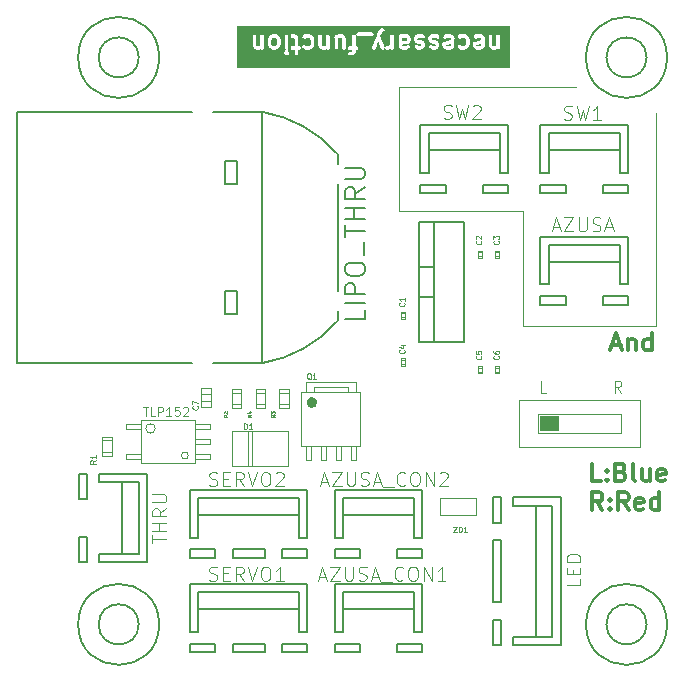
<source format=gbr>
%TF.GenerationSoftware,KiCad,Pcbnew,7.0.1*%
%TF.CreationDate,2023-09-17T22:33:06+09:00*%
%TF.ProjectId,Mix necessary function,4d697820-6e65-4636-9573-736172792066,rev?*%
%TF.SameCoordinates,Original*%
%TF.FileFunction,Legend,Top*%
%TF.FilePolarity,Positive*%
%FSLAX46Y46*%
G04 Gerber Fmt 4.6, Leading zero omitted, Abs format (unit mm)*
G04 Created by KiCad (PCBNEW 7.0.1) date 2023-09-17 22:33:06*
%MOMM*%
%LPD*%
G01*
G04 APERTURE LIST*
%ADD10C,0.040000*%
%ADD11C,0.100000*%
%ADD12C,0.036800*%
%ADD13C,0.300000*%
%ADD14C,0.093472*%
%ADD15C,0.130861*%
%ADD16C,0.058880*%
%ADD17C,0.127000*%
%ADD18C,0.050000*%
%ADD19C,0.203200*%
%ADD20C,0.152400*%
G04 APERTURE END LIST*
D10*
X155315714Y-120733704D02*
X155622380Y-120733704D01*
X155622380Y-120733704D02*
X155315714Y-121193704D01*
X155315714Y-121193704D02*
X155622380Y-121193704D01*
X155797618Y-121193704D02*
X155797618Y-120733704D01*
X155797618Y-120733704D02*
X155907142Y-120733704D01*
X155907142Y-120733704D02*
X155972856Y-120755609D01*
X155972856Y-120755609D02*
X156016666Y-120799419D01*
X156016666Y-120799419D02*
X156038571Y-120843228D01*
X156038571Y-120843228D02*
X156060475Y-120930847D01*
X156060475Y-120930847D02*
X156060475Y-120996561D01*
X156060475Y-120996561D02*
X156038571Y-121084180D01*
X156038571Y-121084180D02*
X156016666Y-121127990D01*
X156016666Y-121127990D02*
X155972856Y-121171800D01*
X155972856Y-121171800D02*
X155907142Y-121193704D01*
X155907142Y-121193704D02*
X155797618Y-121193704D01*
X156498571Y-121193704D02*
X156235714Y-121193704D01*
X156367142Y-121193704D02*
X156367142Y-120733704D01*
X156367142Y-120733704D02*
X156323333Y-120799419D01*
X156323333Y-120799419D02*
X156279523Y-120843228D01*
X156279523Y-120843228D02*
X156235714Y-120865133D01*
D11*
X169559523Y-109377619D02*
X169226190Y-108901428D01*
X168988095Y-109377619D02*
X168988095Y-108377619D01*
X168988095Y-108377619D02*
X169369047Y-108377619D01*
X169369047Y-108377619D02*
X169464285Y-108425238D01*
X169464285Y-108425238D02*
X169511904Y-108472857D01*
X169511904Y-108472857D02*
X169559523Y-108568095D01*
X169559523Y-108568095D02*
X169559523Y-108710952D01*
X169559523Y-108710952D02*
X169511904Y-108806190D01*
X169511904Y-108806190D02*
X169464285Y-108853809D01*
X169464285Y-108853809D02*
X169369047Y-108901428D01*
X169369047Y-108901428D02*
X168988095Y-108901428D01*
X163214285Y-109377619D02*
X162738095Y-109377619D01*
X162738095Y-109377619D02*
X162738095Y-108377619D01*
D12*
X133670170Y-110529371D02*
X133692228Y-110551428D01*
X133692228Y-110551428D02*
X133714285Y-110617600D01*
X133714285Y-110617600D02*
X133714285Y-110661714D01*
X133714285Y-110661714D02*
X133692228Y-110727885D01*
X133692228Y-110727885D02*
X133648113Y-110772000D01*
X133648113Y-110772000D02*
X133603999Y-110794057D01*
X133603999Y-110794057D02*
X133515770Y-110816114D01*
X133515770Y-110816114D02*
X133449599Y-110816114D01*
X133449599Y-110816114D02*
X133361370Y-110794057D01*
X133361370Y-110794057D02*
X133317256Y-110772000D01*
X133317256Y-110772000D02*
X133273142Y-110727885D01*
X133273142Y-110727885D02*
X133251085Y-110661714D01*
X133251085Y-110661714D02*
X133251085Y-110617600D01*
X133251085Y-110617600D02*
X133273142Y-110551428D01*
X133273142Y-110551428D02*
X133295199Y-110529371D01*
X133251085Y-110374971D02*
X133251085Y-110066171D01*
X133251085Y-110066171D02*
X133714285Y-110264685D01*
D13*
G36*
X157707142Y-79933875D02*
G01*
X157673909Y-80000339D01*
X157607447Y-80033571D01*
X157392552Y-80033571D01*
X157326088Y-80000339D01*
X157299913Y-79947987D01*
X157707142Y-79866542D01*
X157707142Y-79933875D01*
G37*
G36*
X155135714Y-79933875D02*
G01*
X155102481Y-80000339D01*
X155036019Y-80033571D01*
X154821124Y-80033571D01*
X154754660Y-80000339D01*
X154728485Y-79947987D01*
X155135714Y-79866542D01*
X155135714Y-79933875D01*
G37*
G36*
X151388196Y-79366803D02*
G01*
X151421428Y-79433267D01*
X151421428Y-79505304D01*
X151388195Y-79571768D01*
X151321733Y-79605000D01*
X151008076Y-79605000D01*
X151007143Y-79604899D01*
X151007143Y-79347704D01*
X151035410Y-79333571D01*
X151321732Y-79333571D01*
X151388196Y-79366803D01*
G37*
G36*
X140339718Y-79378278D02*
G01*
X140376721Y-79415281D01*
X140421428Y-79504695D01*
X140421428Y-79862447D01*
X140376720Y-79951861D01*
X140339718Y-79988863D01*
X140250304Y-80033571D01*
X140106838Y-80033571D01*
X140017427Y-79988865D01*
X139980420Y-79951859D01*
X139935714Y-79862447D01*
X139935714Y-79504696D01*
X139980421Y-79415282D01*
X140017425Y-79378277D01*
X140106838Y-79333571D01*
X140250303Y-79333571D01*
X140339718Y-79378278D01*
G37*
G36*
X160164286Y-81914286D02*
G01*
X137028571Y-81914286D01*
X137028571Y-80600989D01*
X140986922Y-80600989D01*
X140994004Y-80633546D01*
X140996381Y-80666773D01*
X141003220Y-80675909D01*
X141005647Y-80687064D01*
X141029202Y-80710619D01*
X141049169Y-80737293D01*
X141059865Y-80741282D01*
X141081147Y-80762564D01*
X141082770Y-80768091D01*
X141103869Y-80786373D01*
X141120600Y-80808723D01*
X141136511Y-80814657D01*
X141149343Y-80825776D01*
X141166148Y-80828192D01*
X141181055Y-80836332D01*
X141192440Y-80835517D01*
X141203134Y-80839506D01*
X141219726Y-80835896D01*
X141236535Y-80838313D01*
X141251982Y-80831258D01*
X141268919Y-80830047D01*
X141278057Y-80823206D01*
X141289209Y-80820780D01*
X141301213Y-80808775D01*
X141316662Y-80801720D01*
X141325841Y-80787435D01*
X141339438Y-80777258D01*
X141343428Y-80766560D01*
X141384194Y-80725793D01*
X141410865Y-80705828D01*
X141422506Y-80674614D01*
X141438475Y-80645372D01*
X141437660Y-80633986D01*
X141441648Y-80623295D01*
X141434566Y-80590740D01*
X141432189Y-80557509D01*
X141425350Y-80548373D01*
X141422924Y-80537219D01*
X141399363Y-80513659D01*
X141379400Y-80486990D01*
X141368705Y-80483001D01*
X141347424Y-80461720D01*
X141345802Y-80456194D01*
X141324702Y-80437911D01*
X141307973Y-80415563D01*
X141292061Y-80409628D01*
X141279229Y-80398509D01*
X141262423Y-80396092D01*
X141247517Y-80387953D01*
X141236132Y-80388767D01*
X141225440Y-80384779D01*
X141208846Y-80388388D01*
X141192037Y-80385972D01*
X141176589Y-80393026D01*
X141159654Y-80394238D01*
X141150516Y-80401078D01*
X141139365Y-80403504D01*
X141127359Y-80415509D01*
X141111910Y-80422565D01*
X141102730Y-80436849D01*
X141089134Y-80447027D01*
X141085144Y-80457723D01*
X141044381Y-80498485D01*
X141017705Y-80518455D01*
X141006060Y-80549675D01*
X140990097Y-80578910D01*
X140990911Y-80590293D01*
X140986922Y-80600989D01*
X137028571Y-80600989D01*
X137028571Y-79996972D01*
X138346139Y-79996972D01*
X138359846Y-80024386D01*
X138368484Y-80053805D01*
X138379195Y-80063086D01*
X138420173Y-80145043D01*
X138419968Y-80150872D01*
X138439692Y-80184081D01*
X138446909Y-80198515D01*
X138450660Y-80202547D01*
X138464951Y-80226609D01*
X138480076Y-80234171D01*
X138491595Y-80246555D01*
X138518710Y-80253488D01*
X138639979Y-80314123D01*
X138670241Y-80333571D01*
X138700894Y-80333571D01*
X138731066Y-80339001D01*
X138744158Y-80333571D01*
X138920496Y-80333571D01*
X138956259Y-80337432D01*
X138983673Y-80323724D01*
X139013091Y-80315087D01*
X139022373Y-80304374D01*
X139041929Y-80294596D01*
X139077914Y-80325776D01*
X139165106Y-80338313D01*
X139245233Y-80301720D01*
X139292857Y-80227615D01*
X139292857Y-80079000D01*
X139295617Y-80073946D01*
X139292857Y-80035356D01*
X139292857Y-79486066D01*
X139630284Y-79486066D01*
X139635714Y-79499158D01*
X139635714Y-79889782D01*
X139631853Y-79925545D01*
X139645560Y-79952959D01*
X139654198Y-79982377D01*
X139664910Y-79991659D01*
X139714567Y-80090972D01*
X139719933Y-80115636D01*
X139749153Y-80144856D01*
X139777310Y-80175127D01*
X139780150Y-80175853D01*
X139809204Y-80204907D01*
X139822094Y-80226609D01*
X139859060Y-80245092D01*
X139895339Y-80264902D01*
X139898261Y-80264692D01*
X139997122Y-80314123D01*
X140027384Y-80333571D01*
X140058037Y-80333571D01*
X140088209Y-80339001D01*
X140101301Y-80333571D01*
X140277639Y-80333571D01*
X140313402Y-80337432D01*
X140340816Y-80323724D01*
X140370234Y-80315087D01*
X140379516Y-80304374D01*
X140478830Y-80254716D01*
X140503492Y-80249352D01*
X140532706Y-80220137D01*
X140548831Y-80205139D01*
X141064286Y-80205139D01*
X141082770Y-80268091D01*
X141149343Y-80325776D01*
X141236535Y-80338313D01*
X141316662Y-80301720D01*
X141364286Y-80227615D01*
X141364286Y-80205820D01*
X141559544Y-80205820D01*
X141596137Y-80285947D01*
X141670242Y-80333571D01*
X141921429Y-80333571D01*
X141921429Y-80705139D01*
X141939913Y-80768091D01*
X142006486Y-80825776D01*
X142093678Y-80838313D01*
X142173805Y-80801720D01*
X142221429Y-80727615D01*
X142221429Y-80705820D01*
X146416687Y-80705820D01*
X146453280Y-80785947D01*
X146527385Y-80833571D01*
X146706211Y-80833571D01*
X146741974Y-80837432D01*
X146769388Y-80823724D01*
X146798806Y-80815087D01*
X146808088Y-80804374D01*
X146890043Y-80763396D01*
X146895873Y-80763602D01*
X146929091Y-80743872D01*
X146943516Y-80736660D01*
X146947545Y-80732911D01*
X146971610Y-80718619D01*
X146979172Y-80703493D01*
X146991556Y-80691975D01*
X146998488Y-80664861D01*
X147059124Y-80543590D01*
X147078572Y-80513329D01*
X147078572Y-80482676D01*
X147084002Y-80452504D01*
X147078572Y-80439412D01*
X147078572Y-80333571D01*
X147164425Y-80333571D01*
X147227377Y-80315087D01*
X147285062Y-80248514D01*
X147289315Y-80218933D01*
X148490576Y-80218933D01*
X148533869Y-80295649D01*
X148611764Y-80336781D01*
X148699531Y-80329270D01*
X148769305Y-80275500D01*
X149000000Y-79629552D01*
X149223136Y-80254333D01*
X149261716Y-80307401D01*
X149343812Y-80339334D01*
X149430141Y-80321815D01*
X149493293Y-80260404D01*
X149505968Y-80205820D01*
X149559543Y-80205820D01*
X149596136Y-80285947D01*
X149670241Y-80333571D01*
X149849066Y-80333571D01*
X149884830Y-80337432D01*
X149912245Y-80323724D01*
X149941662Y-80315087D01*
X149950943Y-80304375D01*
X150015794Y-80271950D01*
X150077914Y-80325776D01*
X150165106Y-80338313D01*
X150245233Y-80301720D01*
X150292857Y-80227615D01*
X150292857Y-79911248D01*
X150298287Y-79881076D01*
X150292857Y-79867984D01*
X150292857Y-79831937D01*
X150700908Y-79831937D01*
X150707143Y-79850699D01*
X150707143Y-79961209D01*
X150703282Y-79996972D01*
X150716989Y-80024386D01*
X150725627Y-80053805D01*
X150736338Y-80063086D01*
X150777316Y-80145043D01*
X150777111Y-80150872D01*
X150796835Y-80184081D01*
X150804052Y-80198515D01*
X150807803Y-80202547D01*
X150822094Y-80226609D01*
X150837219Y-80234171D01*
X150848738Y-80246555D01*
X150875853Y-80253488D01*
X150997122Y-80314123D01*
X151027384Y-80333571D01*
X151058037Y-80333571D01*
X151088209Y-80339001D01*
X151101301Y-80333571D01*
X151349068Y-80333571D01*
X151384831Y-80337432D01*
X151412245Y-80323724D01*
X151441663Y-80315087D01*
X151450945Y-80304374D01*
X151586373Y-80236660D01*
X151634413Y-80191975D01*
X151656235Y-80106632D01*
X151628455Y-80023039D01*
X151559891Y-79967736D01*
X151472311Y-79958281D01*
X151321733Y-80033571D01*
X151106838Y-80033571D01*
X151040374Y-80000339D01*
X151007143Y-79933875D01*
X151007143Y-79919133D01*
X151035410Y-79905000D01*
X151349068Y-79905000D01*
X151384831Y-79908861D01*
X151412245Y-79895153D01*
X151441663Y-79886516D01*
X151450945Y-79875803D01*
X151532900Y-79834825D01*
X151538730Y-79835031D01*
X151571943Y-79815303D01*
X151586373Y-79808089D01*
X151590404Y-79804338D01*
X151614467Y-79790047D01*
X151622028Y-79774923D01*
X151634413Y-79763404D01*
X151641346Y-79736287D01*
X151701980Y-79615019D01*
X151721428Y-79584758D01*
X151721428Y-79554106D01*
X151726858Y-79523932D01*
X151721428Y-79510840D01*
X151721428Y-79414638D01*
X151987427Y-79414638D01*
X151992857Y-79427730D01*
X151992857Y-79461210D01*
X151988996Y-79496973D01*
X152002703Y-79524387D01*
X152011341Y-79553805D01*
X152022053Y-79563087D01*
X152063031Y-79645042D01*
X152062826Y-79650872D01*
X152082555Y-79684090D01*
X152089768Y-79698515D01*
X152093516Y-79702544D01*
X152107809Y-79726609D01*
X152122934Y-79734171D01*
X152134453Y-79746555D01*
X152161566Y-79753487D01*
X152282837Y-79814123D01*
X152313099Y-79833571D01*
X152343752Y-79833571D01*
X152373924Y-79839001D01*
X152387016Y-79833571D01*
X152536018Y-79833571D01*
X152602482Y-79866803D01*
X152635714Y-79933267D01*
X152635714Y-79933875D01*
X152602481Y-80000339D01*
X152536019Y-80033571D01*
X152392553Y-80033571D01*
X152262077Y-79968333D01*
X152197505Y-79956712D01*
X152116138Y-79990459D01*
X152065931Y-80062839D01*
X152062826Y-80150872D01*
X152107809Y-80226609D01*
X152282837Y-80314123D01*
X152313099Y-80333571D01*
X152343752Y-80333571D01*
X152373924Y-80339001D01*
X152387016Y-80333571D01*
X152563354Y-80333571D01*
X152599117Y-80337432D01*
X152626531Y-80323724D01*
X152655949Y-80315087D01*
X152665231Y-80304374D01*
X152747186Y-80263396D01*
X152753016Y-80263602D01*
X152786229Y-80243874D01*
X152800659Y-80236660D01*
X152804690Y-80232909D01*
X152828753Y-80218618D01*
X152836314Y-80203494D01*
X152848699Y-80191975D01*
X152855632Y-80164858D01*
X152916266Y-80043590D01*
X152935714Y-80013329D01*
X152935714Y-79982677D01*
X152941144Y-79952503D01*
X152935714Y-79939411D01*
X152935714Y-79905933D01*
X152939575Y-79870170D01*
X152925867Y-79842755D01*
X152917230Y-79813337D01*
X152906518Y-79804055D01*
X152865540Y-79722098D01*
X152865746Y-79716270D01*
X152846023Y-79683065D01*
X152838805Y-79668627D01*
X152835052Y-79664592D01*
X152820762Y-79640533D01*
X152805638Y-79632971D01*
X152794119Y-79620587D01*
X152767002Y-79613653D01*
X152645738Y-79553021D01*
X152615473Y-79533571D01*
X152584820Y-79533571D01*
X152554648Y-79528141D01*
X152541556Y-79533571D01*
X152392553Y-79533571D01*
X152326089Y-79500339D01*
X152292857Y-79433875D01*
X152292857Y-79433268D01*
X152302172Y-79414638D01*
X153201713Y-79414638D01*
X153207143Y-79427730D01*
X153207143Y-79461210D01*
X153203282Y-79496973D01*
X153216989Y-79524387D01*
X153225627Y-79553805D01*
X153236339Y-79563087D01*
X153277317Y-79645042D01*
X153277112Y-79650872D01*
X153296841Y-79684090D01*
X153304054Y-79698515D01*
X153307802Y-79702544D01*
X153322095Y-79726609D01*
X153337220Y-79734171D01*
X153348739Y-79746555D01*
X153375852Y-79753487D01*
X153497123Y-79814123D01*
X153527385Y-79833571D01*
X153558038Y-79833571D01*
X153588210Y-79839001D01*
X153601302Y-79833571D01*
X153750304Y-79833571D01*
X153816768Y-79866803D01*
X153850000Y-79933267D01*
X153850000Y-79933875D01*
X153816767Y-80000339D01*
X153750305Y-80033571D01*
X153606839Y-80033571D01*
X153476363Y-79968333D01*
X153411791Y-79956712D01*
X153330424Y-79990459D01*
X153280217Y-80062839D01*
X153277112Y-80150872D01*
X153322095Y-80226609D01*
X153497123Y-80314123D01*
X153527385Y-80333571D01*
X153558038Y-80333571D01*
X153588210Y-80339001D01*
X153601302Y-80333571D01*
X153777640Y-80333571D01*
X153813403Y-80337432D01*
X153840817Y-80323724D01*
X153870235Y-80315087D01*
X153879517Y-80304374D01*
X153961472Y-80263396D01*
X153967302Y-80263602D01*
X154000515Y-80243874D01*
X154014945Y-80236660D01*
X154018976Y-80232909D01*
X154043039Y-80218618D01*
X154050600Y-80203494D01*
X154062985Y-80191975D01*
X154069918Y-80164858D01*
X154130552Y-80043590D01*
X154150000Y-80013329D01*
X154150000Y-79996972D01*
X154417568Y-79996972D01*
X154431275Y-80024386D01*
X154439913Y-80053805D01*
X154450624Y-80063086D01*
X154491602Y-80145043D01*
X154491397Y-80150872D01*
X154511121Y-80184081D01*
X154518338Y-80198515D01*
X154522089Y-80202547D01*
X154536380Y-80226609D01*
X154551505Y-80234171D01*
X154563024Y-80246555D01*
X154590139Y-80253488D01*
X154711408Y-80314123D01*
X154741670Y-80333571D01*
X154772323Y-80333571D01*
X154802495Y-80339001D01*
X154815587Y-80333571D01*
X155063354Y-80333571D01*
X155099117Y-80337432D01*
X155126531Y-80323724D01*
X155155949Y-80315087D01*
X155165231Y-80304374D01*
X155247186Y-80263396D01*
X155253016Y-80263602D01*
X155286229Y-80243874D01*
X155300659Y-80236660D01*
X155304690Y-80232909D01*
X155328753Y-80218618D01*
X155336314Y-80203494D01*
X155348699Y-80191975D01*
X155355632Y-80164858D01*
X155416266Y-80043590D01*
X155435714Y-80013329D01*
X155435714Y-79982677D01*
X155441144Y-79952503D01*
X155435714Y-79939411D01*
X155435714Y-79723202D01*
X155437894Y-79719364D01*
X155435714Y-79679467D01*
X155435714Y-79405933D01*
X155439575Y-79370170D01*
X155425867Y-79342755D01*
X155417230Y-79313337D01*
X155406518Y-79304055D01*
X155384746Y-79260510D01*
X155700908Y-79260510D01*
X155728688Y-79344103D01*
X155797252Y-79399406D01*
X155884831Y-79408861D01*
X156035410Y-79333571D01*
X156250303Y-79333571D01*
X156339718Y-79378278D01*
X156376721Y-79415281D01*
X156421428Y-79504695D01*
X156421428Y-79862447D01*
X156376720Y-79951861D01*
X156339718Y-79988863D01*
X156250304Y-80033571D01*
X156035410Y-80033571D01*
X155904934Y-79968333D01*
X155840362Y-79956712D01*
X155758995Y-79990459D01*
X155708788Y-80062839D01*
X155705683Y-80150872D01*
X155750666Y-80226609D01*
X155925694Y-80314123D01*
X155955956Y-80333571D01*
X155986609Y-80333571D01*
X156016781Y-80339001D01*
X156029873Y-80333571D01*
X156277639Y-80333571D01*
X156313402Y-80337432D01*
X156340816Y-80323724D01*
X156370234Y-80315087D01*
X156379516Y-80304374D01*
X156478830Y-80254716D01*
X156503492Y-80249352D01*
X156532706Y-80220137D01*
X156562984Y-80191975D01*
X156563710Y-80189134D01*
X156592766Y-80160079D01*
X156614467Y-80147190D01*
X156632946Y-80110231D01*
X156652760Y-80073946D01*
X156652550Y-80071021D01*
X156689575Y-79996972D01*
X156988996Y-79996972D01*
X157002703Y-80024386D01*
X157011341Y-80053805D01*
X157022052Y-80063086D01*
X157063030Y-80145043D01*
X157062825Y-80150872D01*
X157082549Y-80184081D01*
X157089766Y-80198515D01*
X157093517Y-80202547D01*
X157107808Y-80226609D01*
X157122933Y-80234171D01*
X157134452Y-80246555D01*
X157161567Y-80253488D01*
X157282836Y-80314123D01*
X157313098Y-80333571D01*
X157343751Y-80333571D01*
X157373923Y-80339001D01*
X157387015Y-80333571D01*
X157634782Y-80333571D01*
X157670545Y-80337432D01*
X157697959Y-80323724D01*
X157727377Y-80315087D01*
X157736659Y-80304374D01*
X157818614Y-80263396D01*
X157824444Y-80263602D01*
X157857657Y-80243874D01*
X157872087Y-80236660D01*
X157876118Y-80232909D01*
X157900181Y-80218618D01*
X157907742Y-80203494D01*
X157920127Y-80191975D01*
X157927060Y-80164858D01*
X157987694Y-80043590D01*
X158007142Y-80013329D01*
X158007142Y-79996972D01*
X158346139Y-79996972D01*
X158359846Y-80024386D01*
X158368484Y-80053805D01*
X158379195Y-80063086D01*
X158420173Y-80145043D01*
X158419968Y-80150872D01*
X158439692Y-80184081D01*
X158446909Y-80198515D01*
X158450660Y-80202547D01*
X158464951Y-80226609D01*
X158480076Y-80234171D01*
X158491595Y-80246555D01*
X158518710Y-80253488D01*
X158639979Y-80314123D01*
X158670241Y-80333571D01*
X158700894Y-80333571D01*
X158731066Y-80339001D01*
X158744158Y-80333571D01*
X158920496Y-80333571D01*
X158956259Y-80337432D01*
X158983673Y-80323724D01*
X159013091Y-80315087D01*
X159022373Y-80304374D01*
X159041929Y-80294596D01*
X159077914Y-80325776D01*
X159165106Y-80338313D01*
X159245233Y-80301720D01*
X159292857Y-80227615D01*
X159292857Y-80079000D01*
X159295617Y-80073946D01*
X159292857Y-80035356D01*
X159292857Y-79162003D01*
X159274373Y-79099051D01*
X159207800Y-79041366D01*
X159120608Y-79028829D01*
X159040481Y-79065422D01*
X158992857Y-79139527D01*
X158992857Y-79978582D01*
X158982575Y-79988863D01*
X158893161Y-80033571D01*
X158749695Y-80033571D01*
X158683231Y-80000339D01*
X158650000Y-79933875D01*
X158650000Y-79162003D01*
X158631516Y-79099051D01*
X158564943Y-79041366D01*
X158477751Y-79028829D01*
X158397624Y-79065422D01*
X158350000Y-79139527D01*
X158350000Y-79961209D01*
X158346139Y-79996972D01*
X158007142Y-79996972D01*
X158007142Y-79982677D01*
X158012572Y-79952503D01*
X158007142Y-79939411D01*
X158007142Y-79723202D01*
X158009322Y-79719364D01*
X158007142Y-79679467D01*
X158007142Y-79405933D01*
X158011003Y-79370170D01*
X157997295Y-79342755D01*
X157988658Y-79313337D01*
X157977946Y-79304055D01*
X157936968Y-79222098D01*
X157937174Y-79216270D01*
X157917451Y-79183065D01*
X157910233Y-79168627D01*
X157906480Y-79164592D01*
X157892190Y-79140533D01*
X157877066Y-79132971D01*
X157865547Y-79120587D01*
X157838430Y-79113653D01*
X157717166Y-79053021D01*
X157686901Y-79033571D01*
X157656248Y-79033571D01*
X157626076Y-79028141D01*
X157612984Y-79033571D01*
X157365217Y-79033571D01*
X157329453Y-79029710D01*
X157302037Y-79043418D01*
X157272622Y-79052055D01*
X157263340Y-79062766D01*
X157127912Y-79130482D01*
X157079872Y-79175167D01*
X157058050Y-79260510D01*
X157085830Y-79344103D01*
X157154394Y-79399406D01*
X157241973Y-79408861D01*
X157392552Y-79333571D01*
X157607446Y-79333571D01*
X157673910Y-79366803D01*
X157707142Y-79433267D01*
X157707142Y-79560600D01*
X157138704Y-79674288D01*
X157120608Y-79671686D01*
X157096370Y-79682754D01*
X157092290Y-79683571D01*
X157076825Y-79691680D01*
X157040481Y-79708279D01*
X157038094Y-79711992D01*
X157034186Y-79714042D01*
X157014453Y-79748778D01*
X156992857Y-79782384D01*
X156992857Y-79786797D01*
X156990677Y-79790635D01*
X156992857Y-79830532D01*
X156992857Y-79961209D01*
X156988996Y-79996972D01*
X156689575Y-79996972D01*
X156701980Y-79972162D01*
X156721428Y-79941901D01*
X156721428Y-79911249D01*
X156726858Y-79881075D01*
X156721428Y-79867983D01*
X156721428Y-79477361D01*
X156725289Y-79441598D01*
X156711581Y-79414183D01*
X156702944Y-79384765D01*
X156692232Y-79375483D01*
X156642574Y-79276165D01*
X156637209Y-79251505D01*
X156608001Y-79222297D01*
X156579833Y-79192015D01*
X156576992Y-79191288D01*
X156547934Y-79162231D01*
X156535047Y-79140533D01*
X156498097Y-79122058D01*
X156461801Y-79102239D01*
X156458877Y-79102448D01*
X156360023Y-79053021D01*
X156329758Y-79033571D01*
X156299105Y-79033571D01*
X156268933Y-79028141D01*
X156255841Y-79033571D01*
X156008075Y-79033571D01*
X155972311Y-79029710D01*
X155944895Y-79043418D01*
X155915480Y-79052055D01*
X155906198Y-79062766D01*
X155770770Y-79130482D01*
X155722730Y-79175167D01*
X155700908Y-79260510D01*
X155384746Y-79260510D01*
X155365540Y-79222098D01*
X155365746Y-79216270D01*
X155346023Y-79183065D01*
X155338805Y-79168627D01*
X155335052Y-79164592D01*
X155320762Y-79140533D01*
X155305638Y-79132971D01*
X155294119Y-79120587D01*
X155267002Y-79113653D01*
X155145738Y-79053021D01*
X155115473Y-79033571D01*
X155084820Y-79033571D01*
X155054648Y-79028141D01*
X155041556Y-79033571D01*
X154793789Y-79033571D01*
X154758025Y-79029710D01*
X154730609Y-79043418D01*
X154701194Y-79052055D01*
X154691912Y-79062766D01*
X154556484Y-79130482D01*
X154508444Y-79175167D01*
X154486622Y-79260510D01*
X154514402Y-79344103D01*
X154582966Y-79399406D01*
X154670545Y-79408861D01*
X154821124Y-79333571D01*
X155036018Y-79333571D01*
X155102482Y-79366803D01*
X155135714Y-79433267D01*
X155135714Y-79560600D01*
X154567276Y-79674288D01*
X154549180Y-79671686D01*
X154524942Y-79682754D01*
X154520862Y-79683571D01*
X154505397Y-79691680D01*
X154469053Y-79708279D01*
X154466666Y-79711992D01*
X154462758Y-79714042D01*
X154443025Y-79748778D01*
X154421429Y-79782384D01*
X154421429Y-79786797D01*
X154419249Y-79790635D01*
X154421429Y-79830532D01*
X154421429Y-79961209D01*
X154417568Y-79996972D01*
X154150000Y-79996972D01*
X154150000Y-79982677D01*
X154155430Y-79952503D01*
X154150000Y-79939411D01*
X154150000Y-79905933D01*
X154153861Y-79870170D01*
X154140153Y-79842755D01*
X154131516Y-79813337D01*
X154120804Y-79804055D01*
X154079826Y-79722098D01*
X154080032Y-79716270D01*
X154060309Y-79683065D01*
X154053091Y-79668627D01*
X154049338Y-79664592D01*
X154035048Y-79640533D01*
X154019924Y-79632971D01*
X154008405Y-79620587D01*
X153981288Y-79613653D01*
X153860024Y-79553021D01*
X153829759Y-79533571D01*
X153799106Y-79533571D01*
X153768934Y-79528141D01*
X153755842Y-79533571D01*
X153606839Y-79533571D01*
X153540375Y-79500339D01*
X153507143Y-79433875D01*
X153507143Y-79433268D01*
X153540375Y-79366802D01*
X153606839Y-79333571D01*
X153821732Y-79333571D01*
X153952208Y-79398809D01*
X154016781Y-79410430D01*
X154098148Y-79376683D01*
X154148355Y-79304303D01*
X154151460Y-79216270D01*
X154106476Y-79140533D01*
X153931452Y-79053021D01*
X153901187Y-79033571D01*
X153870534Y-79033571D01*
X153840362Y-79028141D01*
X153827270Y-79033571D01*
X153579504Y-79033571D01*
X153543740Y-79029710D01*
X153516324Y-79043418D01*
X153486909Y-79052055D01*
X153477627Y-79062766D01*
X153395671Y-79103745D01*
X153389842Y-79103540D01*
X153356628Y-79123267D01*
X153342199Y-79130482D01*
X153338167Y-79134232D01*
X153314105Y-79148524D01*
X153306543Y-79163647D01*
X153294159Y-79175167D01*
X153287225Y-79202282D01*
X153226593Y-79323547D01*
X153207143Y-79353813D01*
X153207143Y-79384466D01*
X153201713Y-79414638D01*
X152302172Y-79414638D01*
X152326089Y-79366802D01*
X152392553Y-79333571D01*
X152607446Y-79333571D01*
X152737922Y-79398809D01*
X152802495Y-79410430D01*
X152883862Y-79376683D01*
X152934069Y-79304303D01*
X152937174Y-79216270D01*
X152892190Y-79140533D01*
X152717166Y-79053021D01*
X152686901Y-79033571D01*
X152656248Y-79033571D01*
X152626076Y-79028141D01*
X152612984Y-79033571D01*
X152365218Y-79033571D01*
X152329454Y-79029710D01*
X152302038Y-79043418D01*
X152272623Y-79052055D01*
X152263341Y-79062766D01*
X152181385Y-79103745D01*
X152175556Y-79103540D01*
X152142342Y-79123267D01*
X152127913Y-79130482D01*
X152123881Y-79134232D01*
X152099819Y-79148524D01*
X152092257Y-79163647D01*
X152079873Y-79175167D01*
X152072939Y-79202282D01*
X152012307Y-79323547D01*
X151992857Y-79353813D01*
X151992857Y-79384466D01*
X151987427Y-79414638D01*
X151721428Y-79414638D01*
X151721428Y-79405933D01*
X151725289Y-79370170D01*
X151711581Y-79342755D01*
X151702944Y-79313337D01*
X151692232Y-79304055D01*
X151651254Y-79222098D01*
X151651460Y-79216270D01*
X151631737Y-79183065D01*
X151624519Y-79168627D01*
X151620766Y-79164592D01*
X151606476Y-79140533D01*
X151591352Y-79132971D01*
X151579833Y-79120587D01*
X151552716Y-79113653D01*
X151431452Y-79053021D01*
X151401187Y-79033571D01*
X151370534Y-79033571D01*
X151340362Y-79028141D01*
X151327270Y-79033571D01*
X151008075Y-79033571D01*
X150972311Y-79029710D01*
X150944895Y-79043418D01*
X150929627Y-79047900D01*
X150922086Y-79041366D01*
X150834894Y-79028829D01*
X150754767Y-79065422D01*
X150707143Y-79139527D01*
X150707143Y-79236126D01*
X150700908Y-79260510D01*
X150707143Y-79279272D01*
X150707143Y-79807553D01*
X150700908Y-79831937D01*
X150292857Y-79831937D01*
X150292857Y-79162003D01*
X150274373Y-79099051D01*
X150207800Y-79041366D01*
X150120608Y-79028829D01*
X150040481Y-79065422D01*
X149992857Y-79139527D01*
X149992857Y-79862447D01*
X149948151Y-79951857D01*
X149911145Y-79988863D01*
X149821731Y-80033571D01*
X149692717Y-80033571D01*
X149629765Y-80052055D01*
X149572080Y-80118628D01*
X149559543Y-80205820D01*
X149505968Y-80205820D01*
X149513218Y-80174599D01*
X149160352Y-79186576D01*
X149270694Y-78910722D01*
X149303139Y-78878277D01*
X149443516Y-78808089D01*
X149491556Y-78763404D01*
X149513378Y-78678061D01*
X149485598Y-78594468D01*
X149417034Y-78539165D01*
X149329454Y-78529710D01*
X149164026Y-78612425D01*
X149139365Y-78617790D01*
X149110150Y-78647004D01*
X149079873Y-78675167D01*
X149079146Y-78678007D01*
X149045634Y-78711519D01*
X149019943Y-78729825D01*
X149006912Y-78762401D01*
X148990097Y-78793196D01*
X148990779Y-78802734D01*
X148875957Y-79089789D01*
X148873552Y-79091643D01*
X148870454Y-79100315D01*
X148863850Y-79106738D01*
X148856476Y-79138492D01*
X148852718Y-79147888D01*
X148852446Y-79150737D01*
X148494342Y-80153432D01*
X148490576Y-80218933D01*
X147289315Y-80218933D01*
X147297599Y-80161322D01*
X147261006Y-80081195D01*
X147186901Y-80033571D01*
X147078572Y-80033571D01*
X147078572Y-79162003D01*
X147060088Y-79099051D01*
X147018440Y-79062963D01*
X147130972Y-79062963D01*
X147167565Y-79143090D01*
X147241670Y-79190714D01*
X148450140Y-79190714D01*
X148513092Y-79172230D01*
X148570777Y-79105657D01*
X148583314Y-79018465D01*
X148546721Y-78938338D01*
X148472616Y-78890714D01*
X147264146Y-78890714D01*
X147201194Y-78909198D01*
X147143509Y-78975771D01*
X147130972Y-79062963D01*
X147018440Y-79062963D01*
X146993515Y-79041366D01*
X146906323Y-79028829D01*
X146826196Y-79065422D01*
X146778572Y-79139527D01*
X146778572Y-80033571D01*
X146549861Y-80033571D01*
X146486909Y-80052055D01*
X146429224Y-80118628D01*
X146416687Y-80205820D01*
X146453280Y-80285947D01*
X146527385Y-80333571D01*
X146778572Y-80333571D01*
X146778572Y-80433875D01*
X146745340Y-80500338D01*
X146678876Y-80533571D01*
X146549861Y-80533571D01*
X146486909Y-80552055D01*
X146429224Y-80618628D01*
X146416687Y-80705820D01*
X142221429Y-80705820D01*
X142221429Y-80333571D01*
X142307282Y-80333571D01*
X142370234Y-80315087D01*
X142427919Y-80248514D01*
X142440456Y-80161322D01*
X142403863Y-80081195D01*
X142329758Y-80033571D01*
X142221429Y-80033571D01*
X142221429Y-79405932D01*
X142225290Y-79370168D01*
X142211581Y-79342752D01*
X142202945Y-79313337D01*
X142192233Y-79304055D01*
X142170460Y-79260510D01*
X142558051Y-79260510D01*
X142585831Y-79344103D01*
X142654395Y-79399406D01*
X142741974Y-79408861D01*
X142892553Y-79333571D01*
X143107446Y-79333571D01*
X143196861Y-79378278D01*
X143233864Y-79415281D01*
X143278571Y-79504695D01*
X143278571Y-79862447D01*
X143233863Y-79951861D01*
X143196861Y-79988863D01*
X143107447Y-80033571D01*
X142892553Y-80033571D01*
X142762077Y-79968333D01*
X142697505Y-79956712D01*
X142616138Y-79990459D01*
X142565931Y-80062839D01*
X142562826Y-80150872D01*
X142607809Y-80226609D01*
X142782837Y-80314123D01*
X142813099Y-80333571D01*
X142843752Y-80333571D01*
X142873924Y-80339001D01*
X142887016Y-80333571D01*
X143134782Y-80333571D01*
X143170545Y-80337432D01*
X143197959Y-80323724D01*
X143227377Y-80315087D01*
X143236659Y-80304374D01*
X143335973Y-80254716D01*
X143360635Y-80249352D01*
X143389849Y-80220137D01*
X143420127Y-80191975D01*
X143420853Y-80189134D01*
X143449909Y-80160079D01*
X143471610Y-80147190D01*
X143490089Y-80110231D01*
X143509903Y-80073946D01*
X143509693Y-80071021D01*
X143546718Y-79996972D01*
X143917568Y-79996972D01*
X143931275Y-80024386D01*
X143939913Y-80053805D01*
X143950624Y-80063086D01*
X143991602Y-80145043D01*
X143991397Y-80150872D01*
X144011121Y-80184081D01*
X144018338Y-80198515D01*
X144022089Y-80202547D01*
X144036380Y-80226609D01*
X144051505Y-80234171D01*
X144063024Y-80246555D01*
X144090139Y-80253488D01*
X144211408Y-80314123D01*
X144241670Y-80333571D01*
X144272323Y-80333571D01*
X144302495Y-80339001D01*
X144315587Y-80333571D01*
X144491925Y-80333571D01*
X144527688Y-80337432D01*
X144555102Y-80323724D01*
X144584520Y-80315087D01*
X144593802Y-80304374D01*
X144613358Y-80294596D01*
X144649343Y-80325776D01*
X144736535Y-80338313D01*
X144816662Y-80301720D01*
X144864286Y-80227615D01*
X144864286Y-80079000D01*
X144867046Y-80073946D01*
X144864286Y-80035356D01*
X144864286Y-79293197D01*
X145275811Y-79293197D01*
X145278572Y-79331795D01*
X145278572Y-80205139D01*
X145297056Y-80268091D01*
X145363629Y-80325776D01*
X145450821Y-80338313D01*
X145530948Y-80301720D01*
X145578572Y-80227615D01*
X145578572Y-79388560D01*
X145588854Y-79378277D01*
X145678267Y-79333571D01*
X145821732Y-79333571D01*
X145888197Y-79366803D01*
X145921429Y-79433267D01*
X145921429Y-80205139D01*
X145939913Y-80268091D01*
X146006486Y-80325776D01*
X146093678Y-80338313D01*
X146173805Y-80301720D01*
X146221429Y-80227615D01*
X146221429Y-79405932D01*
X146225290Y-79370168D01*
X146211581Y-79342752D01*
X146202945Y-79313337D01*
X146192233Y-79304055D01*
X146151254Y-79222099D01*
X146151460Y-79216270D01*
X146131732Y-79183056D01*
X146124518Y-79168627D01*
X146120767Y-79164595D01*
X146106476Y-79140533D01*
X146091352Y-79132971D01*
X146079833Y-79120587D01*
X146052717Y-79113653D01*
X145931452Y-79053021D01*
X145901187Y-79033571D01*
X145870534Y-79033571D01*
X145840362Y-79028141D01*
X145827270Y-79033571D01*
X145650932Y-79033571D01*
X145615168Y-79029710D01*
X145587752Y-79043418D01*
X145558337Y-79052055D01*
X145549055Y-79062766D01*
X145529498Y-79072545D01*
X145493515Y-79041366D01*
X145406323Y-79028829D01*
X145326196Y-79065422D01*
X145278572Y-79139527D01*
X145278572Y-79288141D01*
X145275811Y-79293197D01*
X144864286Y-79293197D01*
X144864286Y-79162003D01*
X144845802Y-79099051D01*
X144779229Y-79041366D01*
X144692037Y-79028829D01*
X144611910Y-79065422D01*
X144564286Y-79139527D01*
X144564286Y-79978582D01*
X144554004Y-79988863D01*
X144464590Y-80033571D01*
X144321124Y-80033571D01*
X144254660Y-80000339D01*
X144221429Y-79933875D01*
X144221429Y-79162003D01*
X144202945Y-79099051D01*
X144136372Y-79041366D01*
X144049180Y-79028829D01*
X143969053Y-79065422D01*
X143921429Y-79139527D01*
X143921429Y-79961209D01*
X143917568Y-79996972D01*
X143546718Y-79996972D01*
X143559123Y-79972162D01*
X143578571Y-79941901D01*
X143578571Y-79911249D01*
X143584001Y-79881075D01*
X143578571Y-79867983D01*
X143578571Y-79477361D01*
X143582432Y-79441598D01*
X143568724Y-79414183D01*
X143560087Y-79384765D01*
X143549375Y-79375483D01*
X143499717Y-79276165D01*
X143494352Y-79251505D01*
X143465144Y-79222297D01*
X143436976Y-79192015D01*
X143434135Y-79191288D01*
X143405077Y-79162231D01*
X143392190Y-79140533D01*
X143355240Y-79122058D01*
X143318944Y-79102239D01*
X143316020Y-79102448D01*
X143217166Y-79053021D01*
X143186901Y-79033571D01*
X143156248Y-79033571D01*
X143126076Y-79028141D01*
X143112984Y-79033571D01*
X142865218Y-79033571D01*
X142829454Y-79029710D01*
X142802038Y-79043418D01*
X142772623Y-79052055D01*
X142763341Y-79062766D01*
X142627913Y-79130482D01*
X142579873Y-79175167D01*
X142558051Y-79260510D01*
X142170460Y-79260510D01*
X142151254Y-79222099D01*
X142151460Y-79216270D01*
X142131732Y-79183056D01*
X142124518Y-79168627D01*
X142120767Y-79164595D01*
X142106476Y-79140533D01*
X142091352Y-79132971D01*
X142079833Y-79120587D01*
X142052717Y-79113653D01*
X141931452Y-79053021D01*
X141901187Y-79033571D01*
X141870534Y-79033571D01*
X141840362Y-79028141D01*
X141827270Y-79033571D01*
X141692718Y-79033571D01*
X141629766Y-79052055D01*
X141572081Y-79118628D01*
X141559544Y-79205820D01*
X141596137Y-79285947D01*
X141670242Y-79333571D01*
X141821732Y-79333571D01*
X141888197Y-79366803D01*
X141921429Y-79433267D01*
X141921429Y-80033571D01*
X141692718Y-80033571D01*
X141629766Y-80052055D01*
X141572081Y-80118628D01*
X141559544Y-80205820D01*
X141364286Y-80205820D01*
X141364286Y-79162003D01*
X141345802Y-79099051D01*
X141279229Y-79041366D01*
X141192037Y-79028829D01*
X141111910Y-79065422D01*
X141064286Y-79139527D01*
X141064286Y-80205139D01*
X140548831Y-80205139D01*
X140562984Y-80191975D01*
X140563710Y-80189134D01*
X140592766Y-80160079D01*
X140614467Y-80147190D01*
X140632946Y-80110231D01*
X140652760Y-80073946D01*
X140652550Y-80071021D01*
X140701980Y-79972162D01*
X140721428Y-79941901D01*
X140721428Y-79911249D01*
X140726858Y-79881075D01*
X140721428Y-79867983D01*
X140721428Y-79477361D01*
X140725289Y-79441598D01*
X140711581Y-79414183D01*
X140702944Y-79384765D01*
X140692232Y-79375483D01*
X140642574Y-79276165D01*
X140637209Y-79251505D01*
X140608001Y-79222297D01*
X140579833Y-79192015D01*
X140576992Y-79191288D01*
X140547934Y-79162231D01*
X140535047Y-79140533D01*
X140498097Y-79122058D01*
X140461801Y-79102239D01*
X140458877Y-79102448D01*
X140360023Y-79053021D01*
X140329758Y-79033571D01*
X140299105Y-79033571D01*
X140268933Y-79028141D01*
X140255841Y-79033571D01*
X140079503Y-79033571D01*
X140043739Y-79029710D01*
X140016323Y-79043418D01*
X139986908Y-79052055D01*
X139977626Y-79062766D01*
X139878311Y-79112424D01*
X139853648Y-79117790D01*
X139824417Y-79147020D01*
X139794158Y-79175167D01*
X139793431Y-79178006D01*
X139764374Y-79207064D01*
X139742676Y-79219952D01*
X139724200Y-79256903D01*
X139704382Y-79293197D01*
X139704591Y-79296121D01*
X139655164Y-79394975D01*
X139635714Y-79425241D01*
X139635714Y-79455894D01*
X139630284Y-79486066D01*
X139292857Y-79486066D01*
X139292857Y-79162003D01*
X139274373Y-79099051D01*
X139207800Y-79041366D01*
X139120608Y-79028829D01*
X139040481Y-79065422D01*
X138992857Y-79139527D01*
X138992857Y-79978582D01*
X138982575Y-79988863D01*
X138893161Y-80033571D01*
X138749695Y-80033571D01*
X138683231Y-80000339D01*
X138650000Y-79933875D01*
X138650000Y-79162003D01*
X138631516Y-79099051D01*
X138564943Y-79041366D01*
X138477751Y-79028829D01*
X138397624Y-79065422D01*
X138350000Y-79139527D01*
X138350000Y-79961209D01*
X138346139Y-79996972D01*
X137028571Y-79996972D01*
X137028571Y-78335714D01*
X160164286Y-78335714D01*
X160164286Y-81914286D01*
G37*
D10*
X140213285Y-111257142D02*
X140070428Y-111357142D01*
X140213285Y-111428571D02*
X139913285Y-111428571D01*
X139913285Y-111428571D02*
X139913285Y-111314285D01*
X139913285Y-111314285D02*
X139927571Y-111285714D01*
X139927571Y-111285714D02*
X139941857Y-111271428D01*
X139941857Y-111271428D02*
X139970428Y-111257142D01*
X139970428Y-111257142D02*
X140013285Y-111257142D01*
X140013285Y-111257142D02*
X140041857Y-111271428D01*
X140041857Y-111271428D02*
X140056142Y-111285714D01*
X140056142Y-111285714D02*
X140070428Y-111314285D01*
X140070428Y-111314285D02*
X140070428Y-111428571D01*
X139913285Y-111157142D02*
X139913285Y-110971428D01*
X139913285Y-110971428D02*
X140027571Y-111071428D01*
X140027571Y-111071428D02*
X140027571Y-111028571D01*
X140027571Y-111028571D02*
X140041857Y-111000000D01*
X140041857Y-111000000D02*
X140056142Y-110985714D01*
X140056142Y-110985714D02*
X140084714Y-110971428D01*
X140084714Y-110971428D02*
X140156142Y-110971428D01*
X140156142Y-110971428D02*
X140184714Y-110985714D01*
X140184714Y-110985714D02*
X140199000Y-111000000D01*
X140199000Y-111000000D02*
X140213285Y-111028571D01*
X140213285Y-111028571D02*
X140213285Y-111114285D01*
X140213285Y-111114285D02*
X140199000Y-111142857D01*
X140199000Y-111142857D02*
X140184714Y-111157142D01*
X138213285Y-111257142D02*
X138070428Y-111357142D01*
X138213285Y-111428571D02*
X137913285Y-111428571D01*
X137913285Y-111428571D02*
X137913285Y-111314285D01*
X137913285Y-111314285D02*
X137927571Y-111285714D01*
X137927571Y-111285714D02*
X137941857Y-111271428D01*
X137941857Y-111271428D02*
X137970428Y-111257142D01*
X137970428Y-111257142D02*
X138013285Y-111257142D01*
X138013285Y-111257142D02*
X138041857Y-111271428D01*
X138041857Y-111271428D02*
X138056142Y-111285714D01*
X138056142Y-111285714D02*
X138070428Y-111314285D01*
X138070428Y-111314285D02*
X138070428Y-111428571D01*
X138013285Y-111000000D02*
X138213285Y-111000000D01*
X137899000Y-111071428D02*
X138113285Y-111142857D01*
X138113285Y-111142857D02*
X138113285Y-110957142D01*
X136213285Y-111257142D02*
X136070428Y-111357142D01*
X136213285Y-111428571D02*
X135913285Y-111428571D01*
X135913285Y-111428571D02*
X135913285Y-111314285D01*
X135913285Y-111314285D02*
X135927571Y-111285714D01*
X135927571Y-111285714D02*
X135941857Y-111271428D01*
X135941857Y-111271428D02*
X135970428Y-111257142D01*
X135970428Y-111257142D02*
X136013285Y-111257142D01*
X136013285Y-111257142D02*
X136041857Y-111271428D01*
X136041857Y-111271428D02*
X136056142Y-111285714D01*
X136056142Y-111285714D02*
X136070428Y-111314285D01*
X136070428Y-111314285D02*
X136070428Y-111428571D01*
X135941857Y-111142857D02*
X135927571Y-111128571D01*
X135927571Y-111128571D02*
X135913285Y-111100000D01*
X135913285Y-111100000D02*
X135913285Y-111028571D01*
X135913285Y-111028571D02*
X135927571Y-111000000D01*
X135927571Y-111000000D02*
X135941857Y-110985714D01*
X135941857Y-110985714D02*
X135970428Y-110971428D01*
X135970428Y-110971428D02*
X135999000Y-110971428D01*
X135999000Y-110971428D02*
X136041857Y-110985714D01*
X136041857Y-110985714D02*
X136213285Y-111157142D01*
X136213285Y-111157142D02*
X136213285Y-110971428D01*
X137609523Y-112443704D02*
X137609523Y-111983704D01*
X137609523Y-111983704D02*
X137719047Y-111983704D01*
X137719047Y-111983704D02*
X137784761Y-112005609D01*
X137784761Y-112005609D02*
X137828571Y-112049419D01*
X137828571Y-112049419D02*
X137850476Y-112093228D01*
X137850476Y-112093228D02*
X137872380Y-112180847D01*
X137872380Y-112180847D02*
X137872380Y-112246561D01*
X137872380Y-112246561D02*
X137850476Y-112334180D01*
X137850476Y-112334180D02*
X137828571Y-112377990D01*
X137828571Y-112377990D02*
X137784761Y-112421800D01*
X137784761Y-112421800D02*
X137719047Y-112443704D01*
X137719047Y-112443704D02*
X137609523Y-112443704D01*
X138310476Y-112443704D02*
X138047619Y-112443704D01*
X138179047Y-112443704D02*
X138179047Y-111983704D01*
X138179047Y-111983704D02*
X138135238Y-112049419D01*
X138135238Y-112049419D02*
X138091428Y-112093228D01*
X138091428Y-112093228D02*
X138047619Y-112115133D01*
D13*
X168785714Y-105387857D02*
X169500000Y-105387857D01*
X168642857Y-105816428D02*
X169142857Y-104316428D01*
X169142857Y-104316428D02*
X169642857Y-105816428D01*
X170142856Y-104816428D02*
X170142856Y-105816428D01*
X170142856Y-104959285D02*
X170214285Y-104887857D01*
X170214285Y-104887857D02*
X170357142Y-104816428D01*
X170357142Y-104816428D02*
X170571428Y-104816428D01*
X170571428Y-104816428D02*
X170714285Y-104887857D01*
X170714285Y-104887857D02*
X170785714Y-105030714D01*
X170785714Y-105030714D02*
X170785714Y-105816428D01*
X172142857Y-105816428D02*
X172142857Y-104316428D01*
X172142857Y-105745000D02*
X171999999Y-105816428D01*
X171999999Y-105816428D02*
X171714285Y-105816428D01*
X171714285Y-105816428D02*
X171571428Y-105745000D01*
X171571428Y-105745000D02*
X171499999Y-105673571D01*
X171499999Y-105673571D02*
X171428571Y-105530714D01*
X171428571Y-105530714D02*
X171428571Y-105102142D01*
X171428571Y-105102142D02*
X171499999Y-104959285D01*
X171499999Y-104959285D02*
X171571428Y-104887857D01*
X171571428Y-104887857D02*
X171714285Y-104816428D01*
X171714285Y-104816428D02*
X171999999Y-104816428D01*
X171999999Y-104816428D02*
X172142857Y-104887857D01*
D11*
X172500000Y-103750000D02*
X172500000Y-85750000D01*
X161250000Y-103750000D02*
X172500000Y-103750000D01*
X161250000Y-94000000D02*
X161250000Y-103750000D01*
X150750000Y-94000000D02*
X161250000Y-94000000D01*
X150750000Y-83500000D02*
X150750000Y-94000000D01*
X165750000Y-83500000D02*
X150750000Y-83500000D01*
D13*
X167821428Y-116886428D02*
X167107142Y-116886428D01*
X167107142Y-116886428D02*
X167107142Y-115386428D01*
X168321428Y-116743571D02*
X168392857Y-116815000D01*
X168392857Y-116815000D02*
X168321428Y-116886428D01*
X168321428Y-116886428D02*
X168250000Y-116815000D01*
X168250000Y-116815000D02*
X168321428Y-116743571D01*
X168321428Y-116743571D02*
X168321428Y-116886428D01*
X168321428Y-115957857D02*
X168392857Y-116029285D01*
X168392857Y-116029285D02*
X168321428Y-116100714D01*
X168321428Y-116100714D02*
X168250000Y-116029285D01*
X168250000Y-116029285D02*
X168321428Y-115957857D01*
X168321428Y-115957857D02*
X168321428Y-116100714D01*
X169535714Y-116100714D02*
X169750000Y-116172142D01*
X169750000Y-116172142D02*
X169821429Y-116243571D01*
X169821429Y-116243571D02*
X169892857Y-116386428D01*
X169892857Y-116386428D02*
X169892857Y-116600714D01*
X169892857Y-116600714D02*
X169821429Y-116743571D01*
X169821429Y-116743571D02*
X169750000Y-116815000D01*
X169750000Y-116815000D02*
X169607143Y-116886428D01*
X169607143Y-116886428D02*
X169035714Y-116886428D01*
X169035714Y-116886428D02*
X169035714Y-115386428D01*
X169035714Y-115386428D02*
X169535714Y-115386428D01*
X169535714Y-115386428D02*
X169678572Y-115457857D01*
X169678572Y-115457857D02*
X169750000Y-115529285D01*
X169750000Y-115529285D02*
X169821429Y-115672142D01*
X169821429Y-115672142D02*
X169821429Y-115815000D01*
X169821429Y-115815000D02*
X169750000Y-115957857D01*
X169750000Y-115957857D02*
X169678572Y-116029285D01*
X169678572Y-116029285D02*
X169535714Y-116100714D01*
X169535714Y-116100714D02*
X169035714Y-116100714D01*
X170750000Y-116886428D02*
X170607143Y-116815000D01*
X170607143Y-116815000D02*
X170535714Y-116672142D01*
X170535714Y-116672142D02*
X170535714Y-115386428D01*
X171964286Y-115886428D02*
X171964286Y-116886428D01*
X171321428Y-115886428D02*
X171321428Y-116672142D01*
X171321428Y-116672142D02*
X171392857Y-116815000D01*
X171392857Y-116815000D02*
X171535714Y-116886428D01*
X171535714Y-116886428D02*
X171750000Y-116886428D01*
X171750000Y-116886428D02*
X171892857Y-116815000D01*
X171892857Y-116815000D02*
X171964286Y-116743571D01*
X173250000Y-116815000D02*
X173107143Y-116886428D01*
X173107143Y-116886428D02*
X172821429Y-116886428D01*
X172821429Y-116886428D02*
X172678571Y-116815000D01*
X172678571Y-116815000D02*
X172607143Y-116672142D01*
X172607143Y-116672142D02*
X172607143Y-116100714D01*
X172607143Y-116100714D02*
X172678571Y-115957857D01*
X172678571Y-115957857D02*
X172821429Y-115886428D01*
X172821429Y-115886428D02*
X173107143Y-115886428D01*
X173107143Y-115886428D02*
X173250000Y-115957857D01*
X173250000Y-115957857D02*
X173321429Y-116100714D01*
X173321429Y-116100714D02*
X173321429Y-116243571D01*
X173321429Y-116243571D02*
X172607143Y-116386428D01*
X167964285Y-119316428D02*
X167464285Y-118602142D01*
X167107142Y-119316428D02*
X167107142Y-117816428D01*
X167107142Y-117816428D02*
X167678571Y-117816428D01*
X167678571Y-117816428D02*
X167821428Y-117887857D01*
X167821428Y-117887857D02*
X167892857Y-117959285D01*
X167892857Y-117959285D02*
X167964285Y-118102142D01*
X167964285Y-118102142D02*
X167964285Y-118316428D01*
X167964285Y-118316428D02*
X167892857Y-118459285D01*
X167892857Y-118459285D02*
X167821428Y-118530714D01*
X167821428Y-118530714D02*
X167678571Y-118602142D01*
X167678571Y-118602142D02*
X167107142Y-118602142D01*
X168607142Y-119173571D02*
X168678571Y-119245000D01*
X168678571Y-119245000D02*
X168607142Y-119316428D01*
X168607142Y-119316428D02*
X168535714Y-119245000D01*
X168535714Y-119245000D02*
X168607142Y-119173571D01*
X168607142Y-119173571D02*
X168607142Y-119316428D01*
X168607142Y-118387857D02*
X168678571Y-118459285D01*
X168678571Y-118459285D02*
X168607142Y-118530714D01*
X168607142Y-118530714D02*
X168535714Y-118459285D01*
X168535714Y-118459285D02*
X168607142Y-118387857D01*
X168607142Y-118387857D02*
X168607142Y-118530714D01*
X170178571Y-119316428D02*
X169678571Y-118602142D01*
X169321428Y-119316428D02*
X169321428Y-117816428D01*
X169321428Y-117816428D02*
X169892857Y-117816428D01*
X169892857Y-117816428D02*
X170035714Y-117887857D01*
X170035714Y-117887857D02*
X170107143Y-117959285D01*
X170107143Y-117959285D02*
X170178571Y-118102142D01*
X170178571Y-118102142D02*
X170178571Y-118316428D01*
X170178571Y-118316428D02*
X170107143Y-118459285D01*
X170107143Y-118459285D02*
X170035714Y-118530714D01*
X170035714Y-118530714D02*
X169892857Y-118602142D01*
X169892857Y-118602142D02*
X169321428Y-118602142D01*
X171392857Y-119245000D02*
X171250000Y-119316428D01*
X171250000Y-119316428D02*
X170964286Y-119316428D01*
X170964286Y-119316428D02*
X170821428Y-119245000D01*
X170821428Y-119245000D02*
X170750000Y-119102142D01*
X170750000Y-119102142D02*
X170750000Y-118530714D01*
X170750000Y-118530714D02*
X170821428Y-118387857D01*
X170821428Y-118387857D02*
X170964286Y-118316428D01*
X170964286Y-118316428D02*
X171250000Y-118316428D01*
X171250000Y-118316428D02*
X171392857Y-118387857D01*
X171392857Y-118387857D02*
X171464286Y-118530714D01*
X171464286Y-118530714D02*
X171464286Y-118673571D01*
X171464286Y-118673571D02*
X170750000Y-118816428D01*
X172750000Y-119316428D02*
X172750000Y-117816428D01*
X172750000Y-119245000D02*
X172607142Y-119316428D01*
X172607142Y-119316428D02*
X172321428Y-119316428D01*
X172321428Y-119316428D02*
X172178571Y-119245000D01*
X172178571Y-119245000D02*
X172107142Y-119173571D01*
X172107142Y-119173571D02*
X172035714Y-119030714D01*
X172035714Y-119030714D02*
X172035714Y-118602142D01*
X172035714Y-118602142D02*
X172107142Y-118459285D01*
X172107142Y-118459285D02*
X172178571Y-118387857D01*
X172178571Y-118387857D02*
X172321428Y-118316428D01*
X172321428Y-118316428D02*
X172607142Y-118316428D01*
X172607142Y-118316428D02*
X172750000Y-118387857D01*
D10*
X125071804Y-115127619D02*
X124852757Y-115280952D01*
X125071804Y-115390476D02*
X124611804Y-115390476D01*
X124611804Y-115390476D02*
X124611804Y-115215238D01*
X124611804Y-115215238D02*
X124633709Y-115171428D01*
X124633709Y-115171428D02*
X124655614Y-115149523D01*
X124655614Y-115149523D02*
X124699423Y-115127619D01*
X124699423Y-115127619D02*
X124765138Y-115127619D01*
X124765138Y-115127619D02*
X124808947Y-115149523D01*
X124808947Y-115149523D02*
X124830852Y-115171428D01*
X124830852Y-115171428D02*
X124852757Y-115215238D01*
X124852757Y-115215238D02*
X124852757Y-115390476D01*
X125071804Y-114689523D02*
X125071804Y-114952380D01*
X125071804Y-114820952D02*
X124611804Y-114820952D01*
X124611804Y-114820952D02*
X124677519Y-114864761D01*
X124677519Y-114864761D02*
X124721328Y-114908571D01*
X124721328Y-114908571D02*
X124743233Y-114952380D01*
D14*
%TO.C,LED*%
X166104285Y-125153055D02*
X166104285Y-125713307D01*
X166104285Y-125713307D02*
X164927757Y-125713307D01*
X165488008Y-124760880D02*
X165488008Y-124368704D01*
X166104285Y-124200628D02*
X166104285Y-124760880D01*
X166104285Y-124760880D02*
X164927757Y-124760880D01*
X164927757Y-124760880D02*
X164927757Y-124200628D01*
X166104285Y-123696402D02*
X164927757Y-123696402D01*
X164927757Y-123696402D02*
X164927757Y-123416276D01*
X164927757Y-123416276D02*
X164983782Y-123248201D01*
X164983782Y-123248201D02*
X165095832Y-123136150D01*
X165095832Y-123136150D02*
X165207882Y-123080125D01*
X165207882Y-123080125D02*
X165431983Y-123024100D01*
X165431983Y-123024100D02*
X165600058Y-123024100D01*
X165600058Y-123024100D02*
X165824159Y-123080125D01*
X165824159Y-123080125D02*
X165936209Y-123136150D01*
X165936209Y-123136150D02*
X166048260Y-123248201D01*
X166048260Y-123248201D02*
X166104285Y-123416276D01*
X166104285Y-123416276D02*
X166104285Y-123696402D01*
%TO.C,AZUSA*%
X163764100Y-95388134D02*
X164324352Y-95388134D01*
X163652050Y-95724285D02*
X164044226Y-94547757D01*
X164044226Y-94547757D02*
X164436402Y-95724285D01*
X164716528Y-94547757D02*
X165500880Y-94547757D01*
X165500880Y-94547757D02*
X164716528Y-95724285D01*
X164716528Y-95724285D02*
X165500880Y-95724285D01*
X165949081Y-94547757D02*
X165949081Y-95500184D01*
X165949081Y-95500184D02*
X166005106Y-95612234D01*
X166005106Y-95612234D02*
X166061132Y-95668260D01*
X166061132Y-95668260D02*
X166173182Y-95724285D01*
X166173182Y-95724285D02*
X166397282Y-95724285D01*
X166397282Y-95724285D02*
X166509333Y-95668260D01*
X166509333Y-95668260D02*
X166565358Y-95612234D01*
X166565358Y-95612234D02*
X166621383Y-95500184D01*
X166621383Y-95500184D02*
X166621383Y-94547757D01*
X167125609Y-95668260D02*
X167293685Y-95724285D01*
X167293685Y-95724285D02*
X167573810Y-95724285D01*
X167573810Y-95724285D02*
X167685861Y-95668260D01*
X167685861Y-95668260D02*
X167741886Y-95612234D01*
X167741886Y-95612234D02*
X167797911Y-95500184D01*
X167797911Y-95500184D02*
X167797911Y-95388134D01*
X167797911Y-95388134D02*
X167741886Y-95276084D01*
X167741886Y-95276084D02*
X167685861Y-95220058D01*
X167685861Y-95220058D02*
X167573810Y-95164033D01*
X167573810Y-95164033D02*
X167349710Y-95108008D01*
X167349710Y-95108008D02*
X167237659Y-95051983D01*
X167237659Y-95051983D02*
X167181634Y-94995958D01*
X167181634Y-94995958D02*
X167125609Y-94883908D01*
X167125609Y-94883908D02*
X167125609Y-94771857D01*
X167125609Y-94771857D02*
X167181634Y-94659807D01*
X167181634Y-94659807D02*
X167237659Y-94603782D01*
X167237659Y-94603782D02*
X167349710Y-94547757D01*
X167349710Y-94547757D02*
X167629835Y-94547757D01*
X167629835Y-94547757D02*
X167797911Y-94603782D01*
X168246112Y-95388134D02*
X168806364Y-95388134D01*
X168134062Y-95724285D02*
X168526238Y-94547757D01*
X168526238Y-94547757D02*
X168918414Y-95724285D01*
%TO.C,SW1*%
X164724100Y-86218260D02*
X164892176Y-86274285D01*
X164892176Y-86274285D02*
X165172301Y-86274285D01*
X165172301Y-86274285D02*
X165284352Y-86218260D01*
X165284352Y-86218260D02*
X165340377Y-86162234D01*
X165340377Y-86162234D02*
X165396402Y-86050184D01*
X165396402Y-86050184D02*
X165396402Y-85938134D01*
X165396402Y-85938134D02*
X165340377Y-85826084D01*
X165340377Y-85826084D02*
X165284352Y-85770058D01*
X165284352Y-85770058D02*
X165172301Y-85714033D01*
X165172301Y-85714033D02*
X164948201Y-85658008D01*
X164948201Y-85658008D02*
X164836150Y-85601983D01*
X164836150Y-85601983D02*
X164780125Y-85545958D01*
X164780125Y-85545958D02*
X164724100Y-85433908D01*
X164724100Y-85433908D02*
X164724100Y-85321857D01*
X164724100Y-85321857D02*
X164780125Y-85209807D01*
X164780125Y-85209807D02*
X164836150Y-85153782D01*
X164836150Y-85153782D02*
X164948201Y-85097757D01*
X164948201Y-85097757D02*
X165228326Y-85097757D01*
X165228326Y-85097757D02*
X165396402Y-85153782D01*
X165788578Y-85097757D02*
X166068704Y-86274285D01*
X166068704Y-86274285D02*
X166292804Y-85433908D01*
X166292804Y-85433908D02*
X166516905Y-86274285D01*
X166516905Y-86274285D02*
X166797031Y-85097757D01*
X167861508Y-86274285D02*
X167189206Y-86274285D01*
X167525357Y-86274285D02*
X167525357Y-85097757D01*
X167525357Y-85097757D02*
X167413307Y-85265832D01*
X167413307Y-85265832D02*
X167301256Y-85377882D01*
X167301256Y-85377882D02*
X167189206Y-85433908D01*
%TO.C,SW2*%
X154514100Y-86148260D02*
X154682176Y-86204285D01*
X154682176Y-86204285D02*
X154962301Y-86204285D01*
X154962301Y-86204285D02*
X155074352Y-86148260D01*
X155074352Y-86148260D02*
X155130377Y-86092234D01*
X155130377Y-86092234D02*
X155186402Y-85980184D01*
X155186402Y-85980184D02*
X155186402Y-85868134D01*
X155186402Y-85868134D02*
X155130377Y-85756084D01*
X155130377Y-85756084D02*
X155074352Y-85700058D01*
X155074352Y-85700058D02*
X154962301Y-85644033D01*
X154962301Y-85644033D02*
X154738201Y-85588008D01*
X154738201Y-85588008D02*
X154626150Y-85531983D01*
X154626150Y-85531983D02*
X154570125Y-85475958D01*
X154570125Y-85475958D02*
X154514100Y-85363908D01*
X154514100Y-85363908D02*
X154514100Y-85251857D01*
X154514100Y-85251857D02*
X154570125Y-85139807D01*
X154570125Y-85139807D02*
X154626150Y-85083782D01*
X154626150Y-85083782D02*
X154738201Y-85027757D01*
X154738201Y-85027757D02*
X155018326Y-85027757D01*
X155018326Y-85027757D02*
X155186402Y-85083782D01*
X155578578Y-85027757D02*
X155858704Y-86204285D01*
X155858704Y-86204285D02*
X156082804Y-85363908D01*
X156082804Y-85363908D02*
X156306905Y-86204285D01*
X156306905Y-86204285D02*
X156587031Y-85027757D01*
X156979206Y-85139807D02*
X157035231Y-85083782D01*
X157035231Y-85083782D02*
X157147282Y-85027757D01*
X157147282Y-85027757D02*
X157427407Y-85027757D01*
X157427407Y-85027757D02*
X157539458Y-85083782D01*
X157539458Y-85083782D02*
X157595483Y-85139807D01*
X157595483Y-85139807D02*
X157651508Y-85251857D01*
X157651508Y-85251857D02*
X157651508Y-85363908D01*
X157651508Y-85363908D02*
X157595483Y-85531983D01*
X157595483Y-85531983D02*
X156923181Y-86204285D01*
X156923181Y-86204285D02*
X157651508Y-86204285D01*
D12*
%TO.C,C4*%
X151170170Y-105779371D02*
X151192228Y-105801428D01*
X151192228Y-105801428D02*
X151214285Y-105867600D01*
X151214285Y-105867600D02*
X151214285Y-105911714D01*
X151214285Y-105911714D02*
X151192228Y-105977885D01*
X151192228Y-105977885D02*
X151148113Y-106022000D01*
X151148113Y-106022000D02*
X151103999Y-106044057D01*
X151103999Y-106044057D02*
X151015770Y-106066114D01*
X151015770Y-106066114D02*
X150949599Y-106066114D01*
X150949599Y-106066114D02*
X150861370Y-106044057D01*
X150861370Y-106044057D02*
X150817256Y-106022000D01*
X150817256Y-106022000D02*
X150773142Y-105977885D01*
X150773142Y-105977885D02*
X150751085Y-105911714D01*
X150751085Y-105911714D02*
X150751085Y-105867600D01*
X150751085Y-105867600D02*
X150773142Y-105801428D01*
X150773142Y-105801428D02*
X150795199Y-105779371D01*
X150905485Y-105382343D02*
X151214285Y-105382343D01*
X150729028Y-105492628D02*
X151059885Y-105602914D01*
X151059885Y-105602914D02*
X151059885Y-105316171D01*
%TO.C,C5*%
X157670170Y-106279371D02*
X157692228Y-106301428D01*
X157692228Y-106301428D02*
X157714285Y-106367600D01*
X157714285Y-106367600D02*
X157714285Y-106411714D01*
X157714285Y-106411714D02*
X157692228Y-106477885D01*
X157692228Y-106477885D02*
X157648113Y-106522000D01*
X157648113Y-106522000D02*
X157603999Y-106544057D01*
X157603999Y-106544057D02*
X157515770Y-106566114D01*
X157515770Y-106566114D02*
X157449599Y-106566114D01*
X157449599Y-106566114D02*
X157361370Y-106544057D01*
X157361370Y-106544057D02*
X157317256Y-106522000D01*
X157317256Y-106522000D02*
X157273142Y-106477885D01*
X157273142Y-106477885D02*
X157251085Y-106411714D01*
X157251085Y-106411714D02*
X157251085Y-106367600D01*
X157251085Y-106367600D02*
X157273142Y-106301428D01*
X157273142Y-106301428D02*
X157295199Y-106279371D01*
X157251085Y-105860285D02*
X157251085Y-106080857D01*
X157251085Y-106080857D02*
X157471656Y-106102914D01*
X157471656Y-106102914D02*
X157449599Y-106080857D01*
X157449599Y-106080857D02*
X157427542Y-106036743D01*
X157427542Y-106036743D02*
X157427542Y-105926457D01*
X157427542Y-105926457D02*
X157449599Y-105882343D01*
X157449599Y-105882343D02*
X157471656Y-105860285D01*
X157471656Y-105860285D02*
X157515770Y-105838228D01*
X157515770Y-105838228D02*
X157626056Y-105838228D01*
X157626056Y-105838228D02*
X157670170Y-105860285D01*
X157670170Y-105860285D02*
X157692228Y-105882343D01*
X157692228Y-105882343D02*
X157714285Y-105926457D01*
X157714285Y-105926457D02*
X157714285Y-106036743D01*
X157714285Y-106036743D02*
X157692228Y-106080857D01*
X157692228Y-106080857D02*
X157670170Y-106102914D01*
D15*
%TO.C,LIPO\uFF3FTHRU*%
X147820898Y-102369872D02*
X147820898Y-103154224D01*
X147820898Y-103154224D02*
X146173759Y-103154224D01*
X147820898Y-101820826D02*
X146173759Y-101820826D01*
X147820898Y-101036474D02*
X146173759Y-101036474D01*
X146173759Y-101036474D02*
X146173759Y-100408992D01*
X146173759Y-100408992D02*
X146252194Y-100252122D01*
X146252194Y-100252122D02*
X146330629Y-100173686D01*
X146330629Y-100173686D02*
X146487499Y-100095251D01*
X146487499Y-100095251D02*
X146722805Y-100095251D01*
X146722805Y-100095251D02*
X146879675Y-100173686D01*
X146879675Y-100173686D02*
X146958111Y-100252122D01*
X146958111Y-100252122D02*
X147036546Y-100408992D01*
X147036546Y-100408992D02*
X147036546Y-101036474D01*
X146173759Y-99075594D02*
X146173759Y-98761853D01*
X146173759Y-98761853D02*
X146252194Y-98604983D01*
X146252194Y-98604983D02*
X146409064Y-98448112D01*
X146409064Y-98448112D02*
X146722805Y-98369677D01*
X146722805Y-98369677D02*
X147271851Y-98369677D01*
X147271851Y-98369677D02*
X147585592Y-98448112D01*
X147585592Y-98448112D02*
X147742463Y-98604983D01*
X147742463Y-98604983D02*
X147820898Y-98761853D01*
X147820898Y-98761853D02*
X147820898Y-99075594D01*
X147820898Y-99075594D02*
X147742463Y-99232464D01*
X147742463Y-99232464D02*
X147585592Y-99389335D01*
X147585592Y-99389335D02*
X147271851Y-99467770D01*
X147271851Y-99467770D02*
X146722805Y-99467770D01*
X146722805Y-99467770D02*
X146409064Y-99389335D01*
X146409064Y-99389335D02*
X146252194Y-99232464D01*
X146252194Y-99232464D02*
X146173759Y-99075594D01*
X147742463Y-97742196D02*
X147742463Y-96644103D01*
X146173759Y-96173492D02*
X146173759Y-95232270D01*
X147820898Y-95702881D02*
X146173759Y-95702881D01*
X147820898Y-94683224D02*
X146173759Y-94683224D01*
X146958111Y-94683224D02*
X146958111Y-93742001D01*
X147820898Y-93742001D02*
X146173759Y-93742001D01*
X147820898Y-92016427D02*
X147036546Y-92565474D01*
X147820898Y-92957650D02*
X146173759Y-92957650D01*
X146173759Y-92957650D02*
X146173759Y-92330168D01*
X146173759Y-92330168D02*
X146252194Y-92173298D01*
X146252194Y-92173298D02*
X146330629Y-92094862D01*
X146330629Y-92094862D02*
X146487499Y-92016427D01*
X146487499Y-92016427D02*
X146722805Y-92016427D01*
X146722805Y-92016427D02*
X146879675Y-92094862D01*
X146879675Y-92094862D02*
X146958111Y-92173298D01*
X146958111Y-92173298D02*
X147036546Y-92330168D01*
X147036546Y-92330168D02*
X147036546Y-92957650D01*
X146173759Y-91310511D02*
X147507157Y-91310511D01*
X147507157Y-91310511D02*
X147664027Y-91232075D01*
X147664027Y-91232075D02*
X147742463Y-91153640D01*
X147742463Y-91153640D02*
X147820898Y-90996770D01*
X147820898Y-90996770D02*
X147820898Y-90683029D01*
X147820898Y-90683029D02*
X147742463Y-90526159D01*
X147742463Y-90526159D02*
X147664027Y-90447723D01*
X147664027Y-90447723D02*
X147507157Y-90369288D01*
X147507157Y-90369288D02*
X146173759Y-90369288D01*
D14*
%TO.C,AZUSA_CON1*%
X143974100Y-124958134D02*
X144534352Y-124958134D01*
X143862050Y-125294285D02*
X144254226Y-124117757D01*
X144254226Y-124117757D02*
X144646402Y-125294285D01*
X144926528Y-124117757D02*
X145710880Y-124117757D01*
X145710880Y-124117757D02*
X144926528Y-125294285D01*
X144926528Y-125294285D02*
X145710880Y-125294285D01*
X146159081Y-124117757D02*
X146159081Y-125070184D01*
X146159081Y-125070184D02*
X146215106Y-125182234D01*
X146215106Y-125182234D02*
X146271132Y-125238260D01*
X146271132Y-125238260D02*
X146383182Y-125294285D01*
X146383182Y-125294285D02*
X146607282Y-125294285D01*
X146607282Y-125294285D02*
X146719333Y-125238260D01*
X146719333Y-125238260D02*
X146775358Y-125182234D01*
X146775358Y-125182234D02*
X146831383Y-125070184D01*
X146831383Y-125070184D02*
X146831383Y-124117757D01*
X147335609Y-125238260D02*
X147503685Y-125294285D01*
X147503685Y-125294285D02*
X147783810Y-125294285D01*
X147783810Y-125294285D02*
X147895861Y-125238260D01*
X147895861Y-125238260D02*
X147951886Y-125182234D01*
X147951886Y-125182234D02*
X148007911Y-125070184D01*
X148007911Y-125070184D02*
X148007911Y-124958134D01*
X148007911Y-124958134D02*
X147951886Y-124846084D01*
X147951886Y-124846084D02*
X147895861Y-124790058D01*
X147895861Y-124790058D02*
X147783810Y-124734033D01*
X147783810Y-124734033D02*
X147559710Y-124678008D01*
X147559710Y-124678008D02*
X147447659Y-124621983D01*
X147447659Y-124621983D02*
X147391634Y-124565958D01*
X147391634Y-124565958D02*
X147335609Y-124453908D01*
X147335609Y-124453908D02*
X147335609Y-124341857D01*
X147335609Y-124341857D02*
X147391634Y-124229807D01*
X147391634Y-124229807D02*
X147447659Y-124173782D01*
X147447659Y-124173782D02*
X147559710Y-124117757D01*
X147559710Y-124117757D02*
X147839835Y-124117757D01*
X147839835Y-124117757D02*
X148007911Y-124173782D01*
X148456112Y-124958134D02*
X149016364Y-124958134D01*
X148344062Y-125294285D02*
X148736238Y-124117757D01*
X148736238Y-124117757D02*
X149128414Y-125294285D01*
X149240465Y-125406335D02*
X150136867Y-125406335D01*
X151089294Y-125182234D02*
X151033269Y-125238260D01*
X151033269Y-125238260D02*
X150865193Y-125294285D01*
X150865193Y-125294285D02*
X150753143Y-125294285D01*
X150753143Y-125294285D02*
X150585068Y-125238260D01*
X150585068Y-125238260D02*
X150473017Y-125126209D01*
X150473017Y-125126209D02*
X150416992Y-125014159D01*
X150416992Y-125014159D02*
X150360967Y-124790058D01*
X150360967Y-124790058D02*
X150360967Y-124621983D01*
X150360967Y-124621983D02*
X150416992Y-124397882D01*
X150416992Y-124397882D02*
X150473017Y-124285832D01*
X150473017Y-124285832D02*
X150585068Y-124173782D01*
X150585068Y-124173782D02*
X150753143Y-124117757D01*
X150753143Y-124117757D02*
X150865193Y-124117757D01*
X150865193Y-124117757D02*
X151033269Y-124173782D01*
X151033269Y-124173782D02*
X151089294Y-124229807D01*
X151817621Y-124117757D02*
X152041721Y-124117757D01*
X152041721Y-124117757D02*
X152153772Y-124173782D01*
X152153772Y-124173782D02*
X152265822Y-124285832D01*
X152265822Y-124285832D02*
X152321847Y-124509933D01*
X152321847Y-124509933D02*
X152321847Y-124902109D01*
X152321847Y-124902109D02*
X152265822Y-125126209D01*
X152265822Y-125126209D02*
X152153772Y-125238260D01*
X152153772Y-125238260D02*
X152041721Y-125294285D01*
X152041721Y-125294285D02*
X151817621Y-125294285D01*
X151817621Y-125294285D02*
X151705571Y-125238260D01*
X151705571Y-125238260D02*
X151593520Y-125126209D01*
X151593520Y-125126209D02*
X151537495Y-124902109D01*
X151537495Y-124902109D02*
X151537495Y-124509933D01*
X151537495Y-124509933D02*
X151593520Y-124285832D01*
X151593520Y-124285832D02*
X151705571Y-124173782D01*
X151705571Y-124173782D02*
X151817621Y-124117757D01*
X152826073Y-125294285D02*
X152826073Y-124117757D01*
X152826073Y-124117757D02*
X153498375Y-125294285D01*
X153498375Y-125294285D02*
X153498375Y-124117757D01*
X154674903Y-125294285D02*
X154002601Y-125294285D01*
X154338752Y-125294285D02*
X154338752Y-124117757D01*
X154338752Y-124117757D02*
X154226702Y-124285832D01*
X154226702Y-124285832D02*
X154114651Y-124397882D01*
X154114651Y-124397882D02*
X154002601Y-124453908D01*
%TO.C,SERVO1*%
X134685200Y-125238260D02*
X134853276Y-125294285D01*
X134853276Y-125294285D02*
X135133401Y-125294285D01*
X135133401Y-125294285D02*
X135245452Y-125238260D01*
X135245452Y-125238260D02*
X135301477Y-125182234D01*
X135301477Y-125182234D02*
X135357502Y-125070184D01*
X135357502Y-125070184D02*
X135357502Y-124958134D01*
X135357502Y-124958134D02*
X135301477Y-124846084D01*
X135301477Y-124846084D02*
X135245452Y-124790058D01*
X135245452Y-124790058D02*
X135133401Y-124734033D01*
X135133401Y-124734033D02*
X134909301Y-124678008D01*
X134909301Y-124678008D02*
X134797250Y-124621983D01*
X134797250Y-124621983D02*
X134741225Y-124565958D01*
X134741225Y-124565958D02*
X134685200Y-124453908D01*
X134685200Y-124453908D02*
X134685200Y-124341857D01*
X134685200Y-124341857D02*
X134741225Y-124229807D01*
X134741225Y-124229807D02*
X134797250Y-124173782D01*
X134797250Y-124173782D02*
X134909301Y-124117757D01*
X134909301Y-124117757D02*
X135189426Y-124117757D01*
X135189426Y-124117757D02*
X135357502Y-124173782D01*
X135861728Y-124678008D02*
X136253904Y-124678008D01*
X136421980Y-125294285D02*
X135861728Y-125294285D01*
X135861728Y-125294285D02*
X135861728Y-124117757D01*
X135861728Y-124117757D02*
X136421980Y-124117757D01*
X137598508Y-125294285D02*
X137206332Y-124734033D01*
X136926206Y-125294285D02*
X136926206Y-124117757D01*
X136926206Y-124117757D02*
X137374407Y-124117757D01*
X137374407Y-124117757D02*
X137486458Y-124173782D01*
X137486458Y-124173782D02*
X137542483Y-124229807D01*
X137542483Y-124229807D02*
X137598508Y-124341857D01*
X137598508Y-124341857D02*
X137598508Y-124509933D01*
X137598508Y-124509933D02*
X137542483Y-124621983D01*
X137542483Y-124621983D02*
X137486458Y-124678008D01*
X137486458Y-124678008D02*
X137374407Y-124734033D01*
X137374407Y-124734033D02*
X136926206Y-124734033D01*
X137934659Y-124117757D02*
X138326835Y-125294285D01*
X138326835Y-125294285D02*
X138719011Y-124117757D01*
X139335288Y-124117757D02*
X139559388Y-124117757D01*
X139559388Y-124117757D02*
X139671439Y-124173782D01*
X139671439Y-124173782D02*
X139783489Y-124285832D01*
X139783489Y-124285832D02*
X139839514Y-124509933D01*
X139839514Y-124509933D02*
X139839514Y-124902109D01*
X139839514Y-124902109D02*
X139783489Y-125126209D01*
X139783489Y-125126209D02*
X139671439Y-125238260D01*
X139671439Y-125238260D02*
X139559388Y-125294285D01*
X139559388Y-125294285D02*
X139335288Y-125294285D01*
X139335288Y-125294285D02*
X139223238Y-125238260D01*
X139223238Y-125238260D02*
X139111187Y-125126209D01*
X139111187Y-125126209D02*
X139055162Y-124902109D01*
X139055162Y-124902109D02*
X139055162Y-124509933D01*
X139055162Y-124509933D02*
X139111187Y-124285832D01*
X139111187Y-124285832D02*
X139223238Y-124173782D01*
X139223238Y-124173782D02*
X139335288Y-124117757D01*
X140960017Y-125294285D02*
X140287715Y-125294285D01*
X140623866Y-125294285D02*
X140623866Y-124117757D01*
X140623866Y-124117757D02*
X140511816Y-124285832D01*
X140511816Y-124285832D02*
X140399765Y-124397882D01*
X140399765Y-124397882D02*
X140287715Y-124453908D01*
D12*
%TO.C,C1*%
X151170170Y-101779371D02*
X151192228Y-101801428D01*
X151192228Y-101801428D02*
X151214285Y-101867600D01*
X151214285Y-101867600D02*
X151214285Y-101911714D01*
X151214285Y-101911714D02*
X151192228Y-101977885D01*
X151192228Y-101977885D02*
X151148113Y-102022000D01*
X151148113Y-102022000D02*
X151103999Y-102044057D01*
X151103999Y-102044057D02*
X151015770Y-102066114D01*
X151015770Y-102066114D02*
X150949599Y-102066114D01*
X150949599Y-102066114D02*
X150861370Y-102044057D01*
X150861370Y-102044057D02*
X150817256Y-102022000D01*
X150817256Y-102022000D02*
X150773142Y-101977885D01*
X150773142Y-101977885D02*
X150751085Y-101911714D01*
X150751085Y-101911714D02*
X150751085Y-101867600D01*
X150751085Y-101867600D02*
X150773142Y-101801428D01*
X150773142Y-101801428D02*
X150795199Y-101779371D01*
X151214285Y-101338228D02*
X151214285Y-101602914D01*
X151214285Y-101470571D02*
X150751085Y-101470571D01*
X150751085Y-101470571D02*
X150817256Y-101514685D01*
X150817256Y-101514685D02*
X150861370Y-101558800D01*
X150861370Y-101558800D02*
X150883428Y-101602914D01*
%TO.C,C2*%
X157670170Y-96529371D02*
X157692228Y-96551428D01*
X157692228Y-96551428D02*
X157714285Y-96617600D01*
X157714285Y-96617600D02*
X157714285Y-96661714D01*
X157714285Y-96661714D02*
X157692228Y-96727885D01*
X157692228Y-96727885D02*
X157648113Y-96772000D01*
X157648113Y-96772000D02*
X157603999Y-96794057D01*
X157603999Y-96794057D02*
X157515770Y-96816114D01*
X157515770Y-96816114D02*
X157449599Y-96816114D01*
X157449599Y-96816114D02*
X157361370Y-96794057D01*
X157361370Y-96794057D02*
X157317256Y-96772000D01*
X157317256Y-96772000D02*
X157273142Y-96727885D01*
X157273142Y-96727885D02*
X157251085Y-96661714D01*
X157251085Y-96661714D02*
X157251085Y-96617600D01*
X157251085Y-96617600D02*
X157273142Y-96551428D01*
X157273142Y-96551428D02*
X157295199Y-96529371D01*
X157295199Y-96352914D02*
X157273142Y-96330857D01*
X157273142Y-96330857D02*
X157251085Y-96286743D01*
X157251085Y-96286743D02*
X157251085Y-96176457D01*
X157251085Y-96176457D02*
X157273142Y-96132343D01*
X157273142Y-96132343D02*
X157295199Y-96110285D01*
X157295199Y-96110285D02*
X157339313Y-96088228D01*
X157339313Y-96088228D02*
X157383428Y-96088228D01*
X157383428Y-96088228D02*
X157449599Y-96110285D01*
X157449599Y-96110285D02*
X157714285Y-96374971D01*
X157714285Y-96374971D02*
X157714285Y-96088228D01*
%TO.C,C3*%
X159141070Y-96529371D02*
X159163128Y-96551428D01*
X159163128Y-96551428D02*
X159185185Y-96617600D01*
X159185185Y-96617600D02*
X159185185Y-96661714D01*
X159185185Y-96661714D02*
X159163128Y-96727885D01*
X159163128Y-96727885D02*
X159119013Y-96772000D01*
X159119013Y-96772000D02*
X159074899Y-96794057D01*
X159074899Y-96794057D02*
X158986670Y-96816114D01*
X158986670Y-96816114D02*
X158920499Y-96816114D01*
X158920499Y-96816114D02*
X158832270Y-96794057D01*
X158832270Y-96794057D02*
X158788156Y-96772000D01*
X158788156Y-96772000D02*
X158744042Y-96727885D01*
X158744042Y-96727885D02*
X158721985Y-96661714D01*
X158721985Y-96661714D02*
X158721985Y-96617600D01*
X158721985Y-96617600D02*
X158744042Y-96551428D01*
X158744042Y-96551428D02*
X158766099Y-96529371D01*
X158721985Y-96374971D02*
X158721985Y-96088228D01*
X158721985Y-96088228D02*
X158898442Y-96242628D01*
X158898442Y-96242628D02*
X158898442Y-96176457D01*
X158898442Y-96176457D02*
X158920499Y-96132343D01*
X158920499Y-96132343D02*
X158942556Y-96110285D01*
X158942556Y-96110285D02*
X158986670Y-96088228D01*
X158986670Y-96088228D02*
X159096956Y-96088228D01*
X159096956Y-96088228D02*
X159141070Y-96110285D01*
X159141070Y-96110285D02*
X159163128Y-96132343D01*
X159163128Y-96132343D02*
X159185185Y-96176457D01*
X159185185Y-96176457D02*
X159185185Y-96308800D01*
X159185185Y-96308800D02*
X159163128Y-96352914D01*
X159163128Y-96352914D02*
X159141070Y-96374971D01*
%TO.C,C6*%
X159141070Y-106279371D02*
X159163128Y-106301428D01*
X159163128Y-106301428D02*
X159185185Y-106367600D01*
X159185185Y-106367600D02*
X159185185Y-106411714D01*
X159185185Y-106411714D02*
X159163128Y-106477885D01*
X159163128Y-106477885D02*
X159119013Y-106522000D01*
X159119013Y-106522000D02*
X159074899Y-106544057D01*
X159074899Y-106544057D02*
X158986670Y-106566114D01*
X158986670Y-106566114D02*
X158920499Y-106566114D01*
X158920499Y-106566114D02*
X158832270Y-106544057D01*
X158832270Y-106544057D02*
X158788156Y-106522000D01*
X158788156Y-106522000D02*
X158744042Y-106477885D01*
X158744042Y-106477885D02*
X158721985Y-106411714D01*
X158721985Y-106411714D02*
X158721985Y-106367600D01*
X158721985Y-106367600D02*
X158744042Y-106301428D01*
X158744042Y-106301428D02*
X158766099Y-106279371D01*
X158721985Y-105882343D02*
X158721985Y-105970571D01*
X158721985Y-105970571D02*
X158744042Y-106014685D01*
X158744042Y-106014685D02*
X158766099Y-106036743D01*
X158766099Y-106036743D02*
X158832270Y-106080857D01*
X158832270Y-106080857D02*
X158920499Y-106102914D01*
X158920499Y-106102914D02*
X159096956Y-106102914D01*
X159096956Y-106102914D02*
X159141070Y-106080857D01*
X159141070Y-106080857D02*
X159163128Y-106058800D01*
X159163128Y-106058800D02*
X159185185Y-106014685D01*
X159185185Y-106014685D02*
X159185185Y-105926457D01*
X159185185Y-105926457D02*
X159163128Y-105882343D01*
X159163128Y-105882343D02*
X159141070Y-105860285D01*
X159141070Y-105860285D02*
X159096956Y-105838228D01*
X159096956Y-105838228D02*
X158986670Y-105838228D01*
X158986670Y-105838228D02*
X158942556Y-105860285D01*
X158942556Y-105860285D02*
X158920499Y-105882343D01*
X158920499Y-105882343D02*
X158898442Y-105926457D01*
X158898442Y-105926457D02*
X158898442Y-106014685D01*
X158898442Y-106014685D02*
X158920499Y-106058800D01*
X158920499Y-106058800D02*
X158942556Y-106080857D01*
X158942556Y-106080857D02*
X158986670Y-106102914D01*
D14*
%TO.C,SERVO2*%
X134685200Y-117238260D02*
X134853276Y-117294285D01*
X134853276Y-117294285D02*
X135133401Y-117294285D01*
X135133401Y-117294285D02*
X135245452Y-117238260D01*
X135245452Y-117238260D02*
X135301477Y-117182234D01*
X135301477Y-117182234D02*
X135357502Y-117070184D01*
X135357502Y-117070184D02*
X135357502Y-116958134D01*
X135357502Y-116958134D02*
X135301477Y-116846084D01*
X135301477Y-116846084D02*
X135245452Y-116790058D01*
X135245452Y-116790058D02*
X135133401Y-116734033D01*
X135133401Y-116734033D02*
X134909301Y-116678008D01*
X134909301Y-116678008D02*
X134797250Y-116621983D01*
X134797250Y-116621983D02*
X134741225Y-116565958D01*
X134741225Y-116565958D02*
X134685200Y-116453908D01*
X134685200Y-116453908D02*
X134685200Y-116341857D01*
X134685200Y-116341857D02*
X134741225Y-116229807D01*
X134741225Y-116229807D02*
X134797250Y-116173782D01*
X134797250Y-116173782D02*
X134909301Y-116117757D01*
X134909301Y-116117757D02*
X135189426Y-116117757D01*
X135189426Y-116117757D02*
X135357502Y-116173782D01*
X135861728Y-116678008D02*
X136253904Y-116678008D01*
X136421980Y-117294285D02*
X135861728Y-117294285D01*
X135861728Y-117294285D02*
X135861728Y-116117757D01*
X135861728Y-116117757D02*
X136421980Y-116117757D01*
X137598508Y-117294285D02*
X137206332Y-116734033D01*
X136926206Y-117294285D02*
X136926206Y-116117757D01*
X136926206Y-116117757D02*
X137374407Y-116117757D01*
X137374407Y-116117757D02*
X137486458Y-116173782D01*
X137486458Y-116173782D02*
X137542483Y-116229807D01*
X137542483Y-116229807D02*
X137598508Y-116341857D01*
X137598508Y-116341857D02*
X137598508Y-116509933D01*
X137598508Y-116509933D02*
X137542483Y-116621983D01*
X137542483Y-116621983D02*
X137486458Y-116678008D01*
X137486458Y-116678008D02*
X137374407Y-116734033D01*
X137374407Y-116734033D02*
X136926206Y-116734033D01*
X137934659Y-116117757D02*
X138326835Y-117294285D01*
X138326835Y-117294285D02*
X138719011Y-116117757D01*
X139335288Y-116117757D02*
X139559388Y-116117757D01*
X139559388Y-116117757D02*
X139671439Y-116173782D01*
X139671439Y-116173782D02*
X139783489Y-116285832D01*
X139783489Y-116285832D02*
X139839514Y-116509933D01*
X139839514Y-116509933D02*
X139839514Y-116902109D01*
X139839514Y-116902109D02*
X139783489Y-117126209D01*
X139783489Y-117126209D02*
X139671439Y-117238260D01*
X139671439Y-117238260D02*
X139559388Y-117294285D01*
X139559388Y-117294285D02*
X139335288Y-117294285D01*
X139335288Y-117294285D02*
X139223238Y-117238260D01*
X139223238Y-117238260D02*
X139111187Y-117126209D01*
X139111187Y-117126209D02*
X139055162Y-116902109D01*
X139055162Y-116902109D02*
X139055162Y-116509933D01*
X139055162Y-116509933D02*
X139111187Y-116285832D01*
X139111187Y-116285832D02*
X139223238Y-116173782D01*
X139223238Y-116173782D02*
X139335288Y-116117757D01*
X140287715Y-116229807D02*
X140343740Y-116173782D01*
X140343740Y-116173782D02*
X140455791Y-116117757D01*
X140455791Y-116117757D02*
X140735916Y-116117757D01*
X140735916Y-116117757D02*
X140847967Y-116173782D01*
X140847967Y-116173782D02*
X140903992Y-116229807D01*
X140903992Y-116229807D02*
X140960017Y-116341857D01*
X140960017Y-116341857D02*
X140960017Y-116453908D01*
X140960017Y-116453908D02*
X140903992Y-116621983D01*
X140903992Y-116621983D02*
X140231690Y-117294285D01*
X140231690Y-117294285D02*
X140960017Y-117294285D01*
%TO.C,AZUSA_CON2*%
X144145200Y-116958134D02*
X144705452Y-116958134D01*
X144033150Y-117294285D02*
X144425326Y-116117757D01*
X144425326Y-116117757D02*
X144817502Y-117294285D01*
X145097628Y-116117757D02*
X145881980Y-116117757D01*
X145881980Y-116117757D02*
X145097628Y-117294285D01*
X145097628Y-117294285D02*
X145881980Y-117294285D01*
X146330181Y-116117757D02*
X146330181Y-117070184D01*
X146330181Y-117070184D02*
X146386206Y-117182234D01*
X146386206Y-117182234D02*
X146442232Y-117238260D01*
X146442232Y-117238260D02*
X146554282Y-117294285D01*
X146554282Y-117294285D02*
X146778382Y-117294285D01*
X146778382Y-117294285D02*
X146890433Y-117238260D01*
X146890433Y-117238260D02*
X146946458Y-117182234D01*
X146946458Y-117182234D02*
X147002483Y-117070184D01*
X147002483Y-117070184D02*
X147002483Y-116117757D01*
X147506709Y-117238260D02*
X147674785Y-117294285D01*
X147674785Y-117294285D02*
X147954910Y-117294285D01*
X147954910Y-117294285D02*
X148066961Y-117238260D01*
X148066961Y-117238260D02*
X148122986Y-117182234D01*
X148122986Y-117182234D02*
X148179011Y-117070184D01*
X148179011Y-117070184D02*
X148179011Y-116958134D01*
X148179011Y-116958134D02*
X148122986Y-116846084D01*
X148122986Y-116846084D02*
X148066961Y-116790058D01*
X148066961Y-116790058D02*
X147954910Y-116734033D01*
X147954910Y-116734033D02*
X147730810Y-116678008D01*
X147730810Y-116678008D02*
X147618759Y-116621983D01*
X147618759Y-116621983D02*
X147562734Y-116565958D01*
X147562734Y-116565958D02*
X147506709Y-116453908D01*
X147506709Y-116453908D02*
X147506709Y-116341857D01*
X147506709Y-116341857D02*
X147562734Y-116229807D01*
X147562734Y-116229807D02*
X147618759Y-116173782D01*
X147618759Y-116173782D02*
X147730810Y-116117757D01*
X147730810Y-116117757D02*
X148010935Y-116117757D01*
X148010935Y-116117757D02*
X148179011Y-116173782D01*
X148627212Y-116958134D02*
X149187464Y-116958134D01*
X148515162Y-117294285D02*
X148907338Y-116117757D01*
X148907338Y-116117757D02*
X149299514Y-117294285D01*
X149411565Y-117406335D02*
X150307967Y-117406335D01*
X151260394Y-117182234D02*
X151204369Y-117238260D01*
X151204369Y-117238260D02*
X151036293Y-117294285D01*
X151036293Y-117294285D02*
X150924243Y-117294285D01*
X150924243Y-117294285D02*
X150756168Y-117238260D01*
X150756168Y-117238260D02*
X150644117Y-117126209D01*
X150644117Y-117126209D02*
X150588092Y-117014159D01*
X150588092Y-117014159D02*
X150532067Y-116790058D01*
X150532067Y-116790058D02*
X150532067Y-116621983D01*
X150532067Y-116621983D02*
X150588092Y-116397882D01*
X150588092Y-116397882D02*
X150644117Y-116285832D01*
X150644117Y-116285832D02*
X150756168Y-116173782D01*
X150756168Y-116173782D02*
X150924243Y-116117757D01*
X150924243Y-116117757D02*
X151036293Y-116117757D01*
X151036293Y-116117757D02*
X151204369Y-116173782D01*
X151204369Y-116173782D02*
X151260394Y-116229807D01*
X151988721Y-116117757D02*
X152212821Y-116117757D01*
X152212821Y-116117757D02*
X152324872Y-116173782D01*
X152324872Y-116173782D02*
X152436922Y-116285832D01*
X152436922Y-116285832D02*
X152492947Y-116509933D01*
X152492947Y-116509933D02*
X152492947Y-116902109D01*
X152492947Y-116902109D02*
X152436922Y-117126209D01*
X152436922Y-117126209D02*
X152324872Y-117238260D01*
X152324872Y-117238260D02*
X152212821Y-117294285D01*
X152212821Y-117294285D02*
X151988721Y-117294285D01*
X151988721Y-117294285D02*
X151876671Y-117238260D01*
X151876671Y-117238260D02*
X151764620Y-117126209D01*
X151764620Y-117126209D02*
X151708595Y-116902109D01*
X151708595Y-116902109D02*
X151708595Y-116509933D01*
X151708595Y-116509933D02*
X151764620Y-116285832D01*
X151764620Y-116285832D02*
X151876671Y-116173782D01*
X151876671Y-116173782D02*
X151988721Y-116117757D01*
X152997173Y-117294285D02*
X152997173Y-116117757D01*
X152997173Y-116117757D02*
X153669475Y-117294285D01*
X153669475Y-117294285D02*
X153669475Y-116117757D01*
X154173701Y-116229807D02*
X154229726Y-116173782D01*
X154229726Y-116173782D02*
X154341777Y-116117757D01*
X154341777Y-116117757D02*
X154621902Y-116117757D01*
X154621902Y-116117757D02*
X154733953Y-116173782D01*
X154733953Y-116173782D02*
X154789978Y-116229807D01*
X154789978Y-116229807D02*
X154846003Y-116341857D01*
X154846003Y-116341857D02*
X154846003Y-116453908D01*
X154846003Y-116453908D02*
X154789978Y-116621983D01*
X154789978Y-116621983D02*
X154117676Y-117294285D01*
X154117676Y-117294285D02*
X154846003Y-117294285D01*
%TO.C,THRU*%
X129867757Y-122137949D02*
X129867757Y-121465648D01*
X131044285Y-121801798D02*
X129867757Y-121801798D01*
X131044285Y-121073472D02*
X129867757Y-121073472D01*
X130428008Y-121073472D02*
X130428008Y-120401170D01*
X131044285Y-120401170D02*
X129867757Y-120401170D01*
X131044285Y-119168617D02*
X130484033Y-119560793D01*
X131044285Y-119840919D02*
X129867757Y-119840919D01*
X129867757Y-119840919D02*
X129867757Y-119392718D01*
X129867757Y-119392718D02*
X129923782Y-119280667D01*
X129923782Y-119280667D02*
X129979807Y-119224642D01*
X129979807Y-119224642D02*
X130091857Y-119168617D01*
X130091857Y-119168617D02*
X130259933Y-119168617D01*
X130259933Y-119168617D02*
X130371983Y-119224642D01*
X130371983Y-119224642D02*
X130428008Y-119280667D01*
X130428008Y-119280667D02*
X130484033Y-119392718D01*
X130484033Y-119392718D02*
X130484033Y-119840919D01*
X129867757Y-118664391D02*
X130820184Y-118664391D01*
X130820184Y-118664391D02*
X130932234Y-118608366D01*
X130932234Y-118608366D02*
X130988260Y-118552341D01*
X130988260Y-118552341D02*
X131044285Y-118440290D01*
X131044285Y-118440290D02*
X131044285Y-118216190D01*
X131044285Y-118216190D02*
X130988260Y-118104139D01*
X130988260Y-118104139D02*
X130932234Y-118048114D01*
X130932234Y-118048114D02*
X130820184Y-117992089D01*
X130820184Y-117992089D02*
X129867757Y-117992089D01*
D16*
%TO.C,TLP1*%
X129070582Y-110601736D02*
X129494080Y-110601736D01*
X129282331Y-111342856D02*
X129282331Y-110601736D01*
X130094034Y-111342856D02*
X129741120Y-111342856D01*
X129741120Y-111342856D02*
X129741120Y-110601736D01*
X130341074Y-111342856D02*
X130341074Y-110601736D01*
X130341074Y-110601736D02*
X130623405Y-110601736D01*
X130623405Y-110601736D02*
X130693988Y-110637027D01*
X130693988Y-110637027D02*
X130729279Y-110672319D01*
X130729279Y-110672319D02*
X130764571Y-110742902D01*
X130764571Y-110742902D02*
X130764571Y-110848776D01*
X130764571Y-110848776D02*
X130729279Y-110919359D01*
X130729279Y-110919359D02*
X130693988Y-110954650D01*
X130693988Y-110954650D02*
X130623405Y-110989942D01*
X130623405Y-110989942D02*
X130341074Y-110989942D01*
X131470399Y-111342856D02*
X131046902Y-111342856D01*
X131258651Y-111342856D02*
X131258651Y-110601736D01*
X131258651Y-110601736D02*
X131188068Y-110707610D01*
X131188068Y-110707610D02*
X131117485Y-110778193D01*
X131117485Y-110778193D02*
X131046902Y-110813485D01*
X132140937Y-110601736D02*
X131788023Y-110601736D01*
X131788023Y-110601736D02*
X131752731Y-110954650D01*
X131752731Y-110954650D02*
X131788023Y-110919359D01*
X131788023Y-110919359D02*
X131858606Y-110884067D01*
X131858606Y-110884067D02*
X132035063Y-110884067D01*
X132035063Y-110884067D02*
X132105646Y-110919359D01*
X132105646Y-110919359D02*
X132140937Y-110954650D01*
X132140937Y-110954650D02*
X132176228Y-111025233D01*
X132176228Y-111025233D02*
X132176228Y-111201690D01*
X132176228Y-111201690D02*
X132140937Y-111272273D01*
X132140937Y-111272273D02*
X132105646Y-111307565D01*
X132105646Y-111307565D02*
X132035063Y-111342856D01*
X132035063Y-111342856D02*
X131858606Y-111342856D01*
X131858606Y-111342856D02*
X131788023Y-111307565D01*
X131788023Y-111307565D02*
X131752731Y-111272273D01*
X132458560Y-110672319D02*
X132493852Y-110637027D01*
X132493852Y-110637027D02*
X132564435Y-110601736D01*
X132564435Y-110601736D02*
X132740892Y-110601736D01*
X132740892Y-110601736D02*
X132811475Y-110637027D01*
X132811475Y-110637027D02*
X132846766Y-110672319D01*
X132846766Y-110672319D02*
X132882057Y-110742902D01*
X132882057Y-110742902D02*
X132882057Y-110813485D01*
X132882057Y-110813485D02*
X132846766Y-110919359D01*
X132846766Y-110919359D02*
X132423269Y-111342856D01*
X132423269Y-111342856D02*
X132882057Y-111342856D01*
D12*
%TO.C,Q1*%
X143296185Y-108258399D02*
X143252071Y-108236342D01*
X143252071Y-108236342D02*
X143207957Y-108192228D01*
X143207957Y-108192228D02*
X143141785Y-108126056D01*
X143141785Y-108126056D02*
X143097671Y-108103999D01*
X143097671Y-108103999D02*
X143053557Y-108103999D01*
X143075614Y-108214285D02*
X143031500Y-108192228D01*
X143031500Y-108192228D02*
X142987385Y-108148113D01*
X142987385Y-108148113D02*
X142965328Y-108059885D01*
X142965328Y-108059885D02*
X142965328Y-107905485D01*
X142965328Y-107905485D02*
X142987385Y-107817256D01*
X142987385Y-107817256D02*
X143031500Y-107773142D01*
X143031500Y-107773142D02*
X143075614Y-107751085D01*
X143075614Y-107751085D02*
X143163842Y-107751085D01*
X143163842Y-107751085D02*
X143207957Y-107773142D01*
X143207957Y-107773142D02*
X143252071Y-107817256D01*
X143252071Y-107817256D02*
X143274128Y-107905485D01*
X143274128Y-107905485D02*
X143274128Y-108059885D01*
X143274128Y-108059885D02*
X143252071Y-108148113D01*
X143252071Y-108148113D02*
X143207957Y-108192228D01*
X143207957Y-108192228D02*
X143163842Y-108214285D01*
X143163842Y-108214285D02*
X143075614Y-108214285D01*
X143715271Y-108214285D02*
X143450585Y-108214285D01*
X143582928Y-108214285D02*
X143582928Y-107751085D01*
X143582928Y-107751085D02*
X143538814Y-107817256D01*
X143538814Y-107817256D02*
X143494699Y-107861370D01*
X143494699Y-107861370D02*
X143450585Y-107883428D01*
D17*
%TO.C,LED*%
X159381100Y-128623600D02*
X158681100Y-128623600D01*
X159381100Y-128623600D02*
X159381100Y-130763600D01*
X158681100Y-130763600D02*
X159381100Y-130763600D01*
X158681100Y-128623600D02*
X158681100Y-130763600D01*
X159381100Y-127123600D02*
X158681100Y-127123600D01*
X159381100Y-121883600D02*
X158681100Y-121883600D01*
X159381100Y-120383600D02*
X158681100Y-120383600D01*
X160381100Y-130063600D02*
X160381100Y-130763600D01*
X160381100Y-118243600D02*
X160381100Y-118943600D01*
X162301100Y-118943600D02*
X162301100Y-130063600D01*
X162301100Y-118943600D02*
X163731100Y-118943600D01*
X160381100Y-118943600D02*
X162301100Y-118943600D01*
X159381100Y-120383600D02*
X159381100Y-118243600D01*
X159381100Y-127123600D02*
X159381100Y-121883600D01*
X162301100Y-130063600D02*
X160381100Y-130063600D01*
X163731100Y-130063600D02*
X162301100Y-130063600D01*
X163731100Y-118943600D02*
X163731100Y-130063600D01*
X160381100Y-118243600D02*
X164431100Y-118243600D01*
X158681100Y-118243600D02*
X159381100Y-118243600D01*
X158681100Y-120383600D02*
X158681100Y-118243600D01*
X158681100Y-127123600D02*
X158681100Y-121883600D01*
X164431100Y-130763600D02*
X160381100Y-130763600D01*
X164431100Y-118243600D02*
X164431100Y-130763600D01*
%TO.C,AZUSA*%
X168001100Y-101223600D02*
X168001100Y-101923600D01*
X168001100Y-101223600D02*
X170141100Y-101223600D01*
X170141100Y-101923600D02*
X170141100Y-101223600D01*
X168001100Y-101923600D02*
X170141100Y-101923600D01*
X164841100Y-101223600D02*
X164841100Y-101923600D01*
X169441100Y-100223600D02*
X170141100Y-100223600D01*
X162701100Y-100223600D02*
X163401100Y-100223600D01*
X163401100Y-98303600D02*
X169441100Y-98303600D01*
X163401100Y-98303600D02*
X163401100Y-96873600D01*
X163401100Y-100223600D02*
X163401100Y-98303600D01*
X164841100Y-101223600D02*
X162701100Y-101223600D01*
X169441100Y-98303600D02*
X169441100Y-100223600D01*
X169441100Y-96873600D02*
X169441100Y-98303600D01*
X163401100Y-96873600D02*
X169441100Y-96873600D01*
X162701100Y-100223600D02*
X162701100Y-96173600D01*
X162701100Y-101923600D02*
X162701100Y-101223600D01*
X164841100Y-101923600D02*
X162701100Y-101923600D01*
X170141100Y-96173600D02*
X170141100Y-100223600D01*
X162701100Y-96173600D02*
X170141100Y-96173600D01*
%TO.C,SW1*%
X168001100Y-91793600D02*
X168001100Y-92493600D01*
X168001100Y-91793600D02*
X170141100Y-91793600D01*
X170141100Y-92493600D02*
X170141100Y-91793600D01*
X168001100Y-92493600D02*
X170141100Y-92493600D01*
X164841100Y-91793600D02*
X164841100Y-92493600D01*
X169441100Y-90793600D02*
X170141100Y-90793600D01*
X162701100Y-90793600D02*
X163401100Y-90793600D01*
X163401100Y-88873600D02*
X169441100Y-88873600D01*
X163401100Y-88873600D02*
X163401100Y-87443600D01*
X163401100Y-90793600D02*
X163401100Y-88873600D01*
X164841100Y-91793600D02*
X162701100Y-91793600D01*
X169441100Y-88873600D02*
X169441100Y-90793600D01*
X169441100Y-87443600D02*
X169441100Y-88873600D01*
X163401100Y-87443600D02*
X169441100Y-87443600D01*
X162701100Y-90793600D02*
X162701100Y-86743600D01*
X162701100Y-92493600D02*
X162701100Y-91793600D01*
X164841100Y-92493600D02*
X162701100Y-92493600D01*
X170141100Y-86743600D02*
X170141100Y-90793600D01*
X162701100Y-86743600D02*
X170141100Y-86743600D01*
%TO.C,SW2*%
X157841100Y-91793600D02*
X157841100Y-92493600D01*
X157841100Y-91793600D02*
X159981100Y-91793600D01*
X159981100Y-92493600D02*
X159981100Y-91793600D01*
X157841100Y-92493600D02*
X159981100Y-92493600D01*
X154681100Y-91793600D02*
X154681100Y-92493600D01*
X159281100Y-90793600D02*
X159981100Y-90793600D01*
X152541100Y-90793600D02*
X153241100Y-90793600D01*
X153241100Y-88873600D02*
X159281100Y-88873600D01*
X153241100Y-88873600D02*
X153241100Y-87443600D01*
X153241100Y-90793600D02*
X153241100Y-88873600D01*
X154681100Y-91793600D02*
X152541100Y-91793600D01*
X159281100Y-88873600D02*
X159281100Y-90793600D01*
X159281100Y-87443600D02*
X159281100Y-88873600D01*
X153241100Y-87443600D02*
X159281100Y-87443600D01*
X152541100Y-90793600D02*
X152541100Y-86743600D01*
X152541100Y-92493600D02*
X152541100Y-91793600D01*
X154681100Y-92493600D02*
X152541100Y-92493600D01*
X159981100Y-86743600D02*
X159981100Y-90793600D01*
X152541100Y-86743600D02*
X159981100Y-86743600D01*
D18*
%TO.C,C4*%
X150904100Y-106972600D02*
X151234100Y-106972600D01*
X151234100Y-106642600D02*
X150904100Y-106642600D01*
X150904100Y-107122600D02*
X151234100Y-107122600D01*
X150904100Y-106972600D02*
X150904100Y-107122600D01*
X150904100Y-106642600D02*
X150904100Y-106972600D01*
X150904100Y-106492600D02*
X150904100Y-106642600D01*
X151234100Y-106492600D02*
X150904100Y-106492600D01*
X151234100Y-106642600D02*
X151234100Y-106492600D01*
X151234100Y-106972600D02*
X151234100Y-106642600D01*
X151234100Y-107122600D02*
X151234100Y-106972600D01*
%TO.C,C5*%
X157423100Y-107610600D02*
X157753100Y-107610600D01*
X157753100Y-107280600D02*
X157423100Y-107280600D01*
X157423100Y-107760600D02*
X157753100Y-107760600D01*
X157423100Y-107610600D02*
X157423100Y-107760600D01*
X157423100Y-107280600D02*
X157423100Y-107610600D01*
X157423100Y-107130600D02*
X157423100Y-107280600D01*
X157753100Y-107130600D02*
X157423100Y-107130600D01*
X157753100Y-107280600D02*
X157753100Y-107130600D01*
X157753100Y-107610600D02*
X157753100Y-107280600D01*
X157753100Y-107760600D02*
X157753100Y-107610600D01*
D17*
%TO.C,LIPO\uFF3FTHRU*%
X145600000Y-89250000D02*
G75*
G03*
X139100000Y-85600001I-8264146J-7104301D01*
G01*
X139100000Y-106899999D02*
G75*
G03*
X145600000Y-103250000I-1764146J10754300D01*
G01*
X145600000Y-90000000D02*
X145600000Y-89250000D01*
X145600000Y-100750000D02*
X145600000Y-91750000D01*
X145600000Y-103250000D02*
X145600000Y-102500000D01*
X137000000Y-89750000D02*
X137000000Y-91750000D01*
X136000000Y-89750000D02*
X137000000Y-89750000D01*
X136000000Y-91750000D02*
X136000000Y-89750000D01*
X137000000Y-91750000D02*
X136000000Y-91750000D01*
X137000000Y-100750000D02*
X137000000Y-102750000D01*
X136000000Y-100750000D02*
X137000000Y-100750000D01*
X136000000Y-102750000D02*
X136000000Y-100750000D01*
X137000000Y-102750000D02*
X136000000Y-102750000D01*
X135000000Y-85600000D02*
X139100000Y-85600000D01*
X118400000Y-85600000D02*
X133250000Y-85600000D01*
X135000000Y-106900000D02*
X139100000Y-106900000D01*
X118400000Y-106900000D02*
X133250000Y-106900000D01*
X118400000Y-106900000D02*
X118400000Y-85600000D01*
X139100000Y-106900000D02*
X139100000Y-85600000D01*
%TO.C,AZUSA_CON1*%
X150581100Y-130653600D02*
X150581100Y-131353600D01*
X150581100Y-130653600D02*
X152721100Y-130653600D01*
X152721100Y-131353600D02*
X152721100Y-130653600D01*
X150581100Y-131353600D02*
X152721100Y-131353600D01*
X147421100Y-130653600D02*
X147421100Y-131353600D01*
X152021100Y-129653600D02*
X152721100Y-129653600D01*
X145281100Y-129653600D02*
X145981100Y-129653600D01*
X145981100Y-127733600D02*
X152021100Y-127733600D01*
X145981100Y-127733600D02*
X145981100Y-126303600D01*
X145981100Y-129653600D02*
X145981100Y-127733600D01*
X147421100Y-130653600D02*
X145281100Y-130653600D01*
X152021100Y-127733600D02*
X152021100Y-129653600D01*
X152021100Y-126303600D02*
X152021100Y-127733600D01*
X145981100Y-126303600D02*
X152021100Y-126303600D01*
X145281100Y-129653600D02*
X145281100Y-125603600D01*
X145281100Y-131353600D02*
X145281100Y-130653600D01*
X147421100Y-131353600D02*
X145281100Y-131353600D01*
X152721100Y-125603600D02*
X152721100Y-129653600D01*
X145281100Y-125603600D02*
X152721100Y-125603600D01*
%TO.C,SERVO1*%
X140851100Y-130653600D02*
X140851100Y-131353600D01*
X140851100Y-130653600D02*
X142991100Y-130653600D01*
X142991100Y-131353600D02*
X142991100Y-130653600D01*
X140851100Y-131353600D02*
X142991100Y-131353600D01*
X139351100Y-130653600D02*
X139351100Y-131353600D01*
X136651100Y-130653600D02*
X136651100Y-131353600D01*
X135151100Y-130653600D02*
X135151100Y-131353600D01*
X142291100Y-129653600D02*
X142991100Y-129653600D01*
X133011100Y-129653600D02*
X133711100Y-129653600D01*
X133711100Y-127733600D02*
X142291100Y-127733600D01*
X133711100Y-127733600D02*
X133711100Y-126303600D01*
X133711100Y-129653600D02*
X133711100Y-127733600D01*
X135151100Y-130653600D02*
X133011100Y-130653600D01*
X139351100Y-130653600D02*
X136651100Y-130653600D01*
X142291100Y-127733600D02*
X142291100Y-129653600D01*
X142291100Y-126303600D02*
X142291100Y-127733600D01*
X133711100Y-126303600D02*
X142291100Y-126303600D01*
X133011100Y-129653600D02*
X133011100Y-125603600D01*
X133011100Y-131353600D02*
X133011100Y-130653600D01*
X135151100Y-131353600D02*
X133011100Y-131353600D01*
X139351100Y-131353600D02*
X136651100Y-131353600D01*
X142991100Y-125603600D02*
X142991100Y-129653600D01*
X133011100Y-125603600D02*
X142991100Y-125603600D01*
%TO.C,U$1*%
X152461100Y-101273600D02*
X153731100Y-101273600D01*
X152461100Y-98733600D02*
X152461100Y-101273600D01*
X153731100Y-98733600D02*
X152461100Y-98733600D01*
X153731100Y-94923600D02*
X153731100Y-98733600D01*
X152461100Y-94923600D02*
X153731100Y-94923600D01*
X152461100Y-98733600D02*
X152461100Y-94923600D01*
X152461100Y-105083600D02*
X152461100Y-101273600D01*
X153731100Y-105083600D02*
X152461100Y-105083600D01*
X153731100Y-101273600D02*
X153731100Y-105083600D01*
X153731100Y-98733600D02*
X153731100Y-101273600D01*
X156271100Y-94923600D02*
X153731100Y-94923600D01*
X156271100Y-105083600D02*
X156271100Y-94923600D01*
X153731100Y-105083600D02*
X156271100Y-105083600D01*
D18*
%TO.C,C1*%
X150904100Y-103011600D02*
X151234100Y-103011600D01*
X151234100Y-102681600D02*
X150904100Y-102681600D01*
X150904100Y-103161600D02*
X151234100Y-103161600D01*
X150904100Y-103011600D02*
X150904100Y-103161600D01*
X150904100Y-102681600D02*
X150904100Y-103011600D01*
X150904100Y-102531600D02*
X150904100Y-102681600D01*
X151234100Y-102531600D02*
X150904100Y-102531600D01*
X151234100Y-102681600D02*
X151234100Y-102531600D01*
X151234100Y-103011600D02*
X151234100Y-102681600D01*
X151234100Y-103161600D02*
X151234100Y-103011600D01*
%TO.C,C2*%
X157423100Y-97842600D02*
X157753100Y-97842600D01*
X157753100Y-97512600D02*
X157423100Y-97512600D01*
X157423100Y-97992600D02*
X157753100Y-97992600D01*
X157423100Y-97842600D02*
X157423100Y-97992600D01*
X157423100Y-97512600D02*
X157423100Y-97842600D01*
X157423100Y-97362600D02*
X157423100Y-97512600D01*
X157753100Y-97362600D02*
X157423100Y-97362600D01*
X157753100Y-97512600D02*
X157753100Y-97362600D01*
X157753100Y-97842600D02*
X157753100Y-97512600D01*
X157753100Y-97992600D02*
X157753100Y-97842600D01*
%TO.C,C3*%
X158835000Y-97842600D02*
X159165000Y-97842600D01*
X159165000Y-97512600D02*
X158835000Y-97512600D01*
X158835000Y-97992600D02*
X159165000Y-97992600D01*
X158835000Y-97842600D02*
X158835000Y-97992600D01*
X158835000Y-97512600D02*
X158835000Y-97842600D01*
X158835000Y-97362600D02*
X158835000Y-97512600D01*
X159165000Y-97362600D02*
X158835000Y-97362600D01*
X159165000Y-97512600D02*
X159165000Y-97362600D01*
X159165000Y-97842600D02*
X159165000Y-97512600D01*
X159165000Y-97992600D02*
X159165000Y-97842600D01*
%TO.C,C6*%
X158835000Y-107610600D02*
X159165000Y-107610600D01*
X159165000Y-107280600D02*
X158835000Y-107280600D01*
X158835000Y-107760600D02*
X159165000Y-107760600D01*
X158835000Y-107610600D02*
X158835000Y-107760600D01*
X158835000Y-107280600D02*
X158835000Y-107610600D01*
X158835000Y-107130600D02*
X158835000Y-107280600D01*
X159165000Y-107130600D02*
X158835000Y-107130600D01*
X159165000Y-107280600D02*
X159165000Y-107130600D01*
X159165000Y-107610600D02*
X159165000Y-107280600D01*
X159165000Y-107760600D02*
X159165000Y-107610600D01*
%TO.C,LED_SW0*%
G36*
X164271100Y-112653600D02*
G01*
X162651100Y-112653600D01*
X162651100Y-111353600D01*
X164271100Y-111353600D01*
X164271100Y-112653600D01*
G37*
D11*
X164501100Y-111203600D02*
X162501100Y-111203600D01*
X169501100Y-111203600D02*
X164501100Y-111203600D01*
X169501100Y-112803600D02*
X169501100Y-111203600D01*
X164501100Y-112803600D02*
X169501100Y-112803600D01*
X162501100Y-112803600D02*
X164501100Y-112803600D01*
X162501100Y-111203600D02*
X162501100Y-112803600D01*
X171101100Y-110003600D02*
X160901100Y-110003600D01*
X171101100Y-114003600D02*
X171101100Y-110003600D01*
X160901100Y-114003600D02*
X171101100Y-114003600D01*
X160901100Y-110003600D02*
X160901100Y-114003600D01*
D17*
%TO.C,SERVO2*%
X140851100Y-122653600D02*
X140851100Y-123353600D01*
X140851100Y-122653600D02*
X142991100Y-122653600D01*
X142991100Y-123353600D02*
X142991100Y-122653600D01*
X140851100Y-123353600D02*
X142991100Y-123353600D01*
X139351100Y-122653600D02*
X139351100Y-123353600D01*
X136651100Y-122653600D02*
X136651100Y-123353600D01*
X135151100Y-122653600D02*
X135151100Y-123353600D01*
X142291100Y-121653600D02*
X142991100Y-121653600D01*
X133011100Y-121653600D02*
X133711100Y-121653600D01*
X133711100Y-119733600D02*
X142291100Y-119733600D01*
X133711100Y-119733600D02*
X133711100Y-118303600D01*
X133711100Y-121653600D02*
X133711100Y-119733600D01*
X135151100Y-122653600D02*
X133011100Y-122653600D01*
X139351100Y-122653600D02*
X136651100Y-122653600D01*
X142291100Y-119733600D02*
X142291100Y-121653600D01*
X142291100Y-118303600D02*
X142291100Y-119733600D01*
X133711100Y-118303600D02*
X142291100Y-118303600D01*
X133011100Y-121653600D02*
X133011100Y-117603600D01*
X133011100Y-123353600D02*
X133011100Y-122653600D01*
X135151100Y-123353600D02*
X133011100Y-123353600D01*
X139351100Y-123353600D02*
X136651100Y-123353600D01*
X142991100Y-117603600D02*
X142991100Y-121653600D01*
X133011100Y-117603600D02*
X142991100Y-117603600D01*
%TO.C,AZUSA_CON2*%
X150581100Y-122653600D02*
X150581100Y-123353600D01*
X150581100Y-122653600D02*
X152721100Y-122653600D01*
X152721100Y-123353600D02*
X152721100Y-122653600D01*
X150581100Y-123353600D02*
X152721100Y-123353600D01*
X147421100Y-122653600D02*
X147421100Y-123353600D01*
X152021100Y-121653600D02*
X152721100Y-121653600D01*
X145281100Y-121653600D02*
X145981100Y-121653600D01*
X145981100Y-119733600D02*
X152021100Y-119733600D01*
X145981100Y-119733600D02*
X145981100Y-118303600D01*
X145981100Y-121653600D02*
X145981100Y-119733600D01*
X147421100Y-122653600D02*
X145281100Y-122653600D01*
X152021100Y-119733600D02*
X152021100Y-121653600D01*
X152021100Y-118303600D02*
X152021100Y-119733600D01*
X145981100Y-118303600D02*
X152021100Y-118303600D01*
X145281100Y-121653600D02*
X145281100Y-117603600D01*
X145281100Y-123353600D02*
X145281100Y-122653600D01*
X147421100Y-123353600D02*
X145281100Y-123353600D01*
X152721100Y-117603600D02*
X152721100Y-121653600D01*
X145281100Y-117603600D02*
X152721100Y-117603600D01*
D19*
%TO.C,H1*%
X128701100Y-81003600D02*
G75*
G03*
X128701100Y-81003600I-1700000J0D01*
G01*
D20*
X130430100Y-81003600D02*
G75*
G03*
X130430100Y-81003600I-3429000J0D01*
G01*
D19*
%TO.C,H2*%
X171701100Y-81003600D02*
G75*
G03*
X171701100Y-81003600I-1700000J0D01*
G01*
D20*
X173430100Y-81003600D02*
G75*
G03*
X173430100Y-81003600I-3429000J0D01*
G01*
D19*
%TO.C,H3*%
X128701100Y-129003600D02*
G75*
G03*
X128701100Y-129003600I-1700000J0D01*
G01*
D20*
X130430100Y-129003600D02*
G75*
G03*
X130430100Y-129003600I-3429000J0D01*
G01*
D19*
%TO.C,H4*%
X171701100Y-129003600D02*
G75*
G03*
X171701100Y-129003600I-1700000J0D01*
G01*
D20*
X173430100Y-129003600D02*
G75*
G03*
X173430100Y-129003600I-3429000J0D01*
G01*
D17*
%TO.C,THRU*%
X124351100Y-121583600D02*
X123651100Y-121583600D01*
X124351100Y-121583600D02*
X124351100Y-123723600D01*
X123651100Y-123723600D02*
X124351100Y-123723600D01*
X123651100Y-121583600D02*
X123651100Y-123723600D01*
X124351100Y-118423600D02*
X123651100Y-118423600D01*
X125351100Y-123023600D02*
X125351100Y-123723600D01*
X125351100Y-116283600D02*
X125351100Y-116983600D01*
X127271100Y-116983600D02*
X127271100Y-123023600D01*
X127271100Y-116983600D02*
X128701100Y-116983600D01*
X125351100Y-116983600D02*
X127271100Y-116983600D01*
X124351100Y-118423600D02*
X124351100Y-116283600D01*
X127271100Y-123023600D02*
X125351100Y-123023600D01*
X128701100Y-123023600D02*
X127271100Y-123023600D01*
X128701100Y-116983600D02*
X128701100Y-123023600D01*
X125351100Y-116283600D02*
X129401100Y-116283600D01*
X123651100Y-116283600D02*
X124351100Y-116283600D01*
X123651100Y-118423600D02*
X123651100Y-116283600D01*
X129401100Y-123723600D02*
X125351100Y-123723600D01*
X129401100Y-116283600D02*
X129401100Y-123723600D01*
D18*
%TO.C,C7*%
X133944100Y-109476600D02*
X134844100Y-109476600D01*
X133944100Y-110086600D02*
X134844100Y-110086600D01*
X134844100Y-110586600D02*
X133944100Y-110586600D01*
X134844100Y-110086600D02*
X134844100Y-110586600D01*
X134844100Y-109476600D02*
X134844100Y-110086600D01*
X134844100Y-108976600D02*
X134844100Y-109476600D01*
X133944100Y-108976600D02*
X134844100Y-108976600D01*
X133944100Y-109476600D02*
X133944100Y-108976600D01*
X133944100Y-110086600D02*
X133944100Y-109476600D01*
X133944100Y-110586600D02*
X133944100Y-110086600D01*
D11*
%TO.C,TLP1*%
X134701100Y-114581600D02*
X133476100Y-114581600D01*
X134701100Y-114981600D02*
X134701100Y-114581600D01*
X133476100Y-114981600D02*
X134701100Y-114981600D01*
X134701100Y-113311600D02*
X133476100Y-113311600D01*
X134701100Y-113711600D02*
X134701100Y-113311600D01*
X133476100Y-113711600D02*
X134701100Y-113711600D01*
X134701100Y-112041600D02*
X133476100Y-112041600D01*
X134701100Y-112441600D02*
X134701100Y-112041600D01*
X133476100Y-112441600D02*
X134701100Y-112441600D01*
X127651100Y-114981600D02*
X128876100Y-114981600D01*
X127651100Y-114581600D02*
X127651100Y-114981600D01*
X128876100Y-114581600D02*
X127651100Y-114581600D01*
X127651100Y-112441600D02*
X128876100Y-112441600D01*
X127651100Y-112041600D02*
X127651100Y-112441600D01*
X128876100Y-112041600D02*
X127651100Y-112041600D01*
X130101100Y-112411600D02*
G75*
G03*
X130101100Y-112411600I-400000J0D01*
G01*
X132901100Y-114711600D02*
G75*
G03*
X132901100Y-114711600I-300000J0D01*
G01*
X133426100Y-115361600D02*
X133426100Y-111661600D01*
X128876100Y-115361600D02*
X133426100Y-115361600D01*
X128876100Y-112441600D02*
X128876100Y-115361600D01*
X128876100Y-112041600D02*
X128876100Y-112441600D01*
X128876100Y-111661600D02*
X128876100Y-112041600D01*
X133426100Y-111661600D02*
X128876100Y-111661600D01*
%TO.C,R1*%
X125630100Y-113423600D02*
X126430100Y-113423600D01*
X125630100Y-114423600D02*
X126430100Y-114423600D01*
X125630100Y-114423600D02*
X125630100Y-114723600D01*
X125630100Y-113423600D02*
X125630100Y-114423600D01*
X125630100Y-113123600D02*
X125630100Y-113423600D01*
X126430100Y-113123600D02*
X125630100Y-113123600D01*
X126430100Y-113423600D02*
X126430100Y-113123600D01*
X126430100Y-114423600D02*
X126430100Y-113423600D01*
X126430100Y-114723600D02*
X126430100Y-114423600D01*
X125630100Y-114723600D02*
X126430100Y-114723600D01*
%TO.C,Q1*%
X146637100Y-115122600D02*
X147127100Y-115122600D01*
X147127100Y-115122600D02*
X147127100Y-113902600D01*
X146637100Y-115122600D02*
X147127100Y-115122600D01*
X146637100Y-113902600D02*
X146637100Y-115122600D01*
X145367100Y-115122600D02*
X145857100Y-115122600D01*
X145857100Y-115122600D02*
X145857100Y-113902600D01*
X145367100Y-115122600D02*
X145857100Y-115122600D01*
X145367100Y-113902600D02*
X145367100Y-115122600D01*
X144097100Y-115122600D02*
X144587100Y-115122600D01*
X144587100Y-115122600D02*
X144587100Y-113902600D01*
X144097100Y-115122600D02*
X144587100Y-115122600D01*
X144097100Y-113902600D02*
X144097100Y-115122600D01*
X142477100Y-109332600D02*
X142477100Y-113902600D01*
X143317100Y-115122600D02*
X143317100Y-113902600D01*
X142827100Y-115122600D02*
X143317100Y-115122600D01*
X142827100Y-113902600D02*
X142827100Y-115122600D01*
G36*
X143639081Y-109845150D02*
G01*
X143741662Y-109947730D01*
X143805669Y-110073350D01*
X143828362Y-110216634D01*
X143744550Y-110474581D01*
X143641970Y-110577162D01*
X143516350Y-110641169D01*
X143373066Y-110663862D01*
X143115119Y-110580050D01*
X143012538Y-110477470D01*
X142948531Y-110351850D01*
X142925838Y-110208566D01*
X143009650Y-109950619D01*
X143112230Y-109848038D01*
X143237850Y-109784031D01*
X143381134Y-109761338D01*
X143639081Y-109845150D01*
G37*
X146397100Y-108882600D02*
X146397100Y-109332600D01*
X143557100Y-108882600D02*
X146397100Y-108882600D01*
X143557100Y-109332600D02*
X143557100Y-108882600D01*
X147077100Y-108522600D02*
X147077100Y-109332600D01*
X142877100Y-108522600D02*
X147077100Y-108522600D01*
X142877100Y-109332600D02*
X142877100Y-108522600D01*
X142877100Y-109332600D02*
X142477100Y-109332600D01*
X143557100Y-109332600D02*
X142877100Y-109332600D01*
X146397100Y-109332600D02*
X143557100Y-109332600D01*
X147077100Y-109332600D02*
X146397100Y-109332600D01*
X147477100Y-109332600D02*
X147077100Y-109332600D01*
X147477100Y-113902600D02*
X147477100Y-109332600D01*
X143317100Y-113902600D02*
X147477100Y-113902600D01*
X142827100Y-113902600D02*
X143317100Y-113902600D01*
X142477100Y-113902600D02*
X142827100Y-113902600D01*
X142477100Y-109332600D02*
X142477100Y-113902600D01*
%TO.C,R2*%
X136601100Y-109385400D02*
X137401100Y-109385400D01*
X136601100Y-110385400D02*
X137401100Y-110385400D01*
X136601100Y-110385400D02*
X136601100Y-110685400D01*
X136601100Y-109385400D02*
X136601100Y-110385400D01*
X136601100Y-109085400D02*
X136601100Y-109385400D01*
X137401100Y-109085400D02*
X136601100Y-109085400D01*
X137401100Y-109385400D02*
X137401100Y-109085400D01*
X137401100Y-110385400D02*
X137401100Y-109385400D01*
X137401100Y-110685400D02*
X137401100Y-110385400D01*
X136601100Y-110685400D02*
X137401100Y-110685400D01*
%TO.C,R4*%
X140601100Y-109385400D02*
X141401100Y-109385400D01*
X140601100Y-110385400D02*
X141401100Y-110385400D01*
X140601100Y-110385400D02*
X140601100Y-110685400D01*
X140601100Y-109385400D02*
X140601100Y-110385400D01*
X140601100Y-109085400D02*
X140601100Y-109385400D01*
X141401100Y-109085400D02*
X140601100Y-109085400D01*
X141401100Y-109385400D02*
X141401100Y-109085400D01*
X141401100Y-110385400D02*
X141401100Y-109385400D01*
X141401100Y-110685400D02*
X141401100Y-110385400D01*
X140601100Y-110685400D02*
X141401100Y-110685400D01*
%TO.C,D1*%
X138253100Y-115558600D02*
X138253100Y-112638600D01*
X137953100Y-115558600D02*
X137953100Y-112638600D01*
X138253100Y-115558600D02*
X141328100Y-115558600D01*
X137953100Y-115558600D02*
X138253100Y-115558600D01*
X136578100Y-115558600D02*
X137953100Y-115558600D01*
X136578100Y-112638600D02*
X136578100Y-115558600D01*
X137953100Y-112638600D02*
X136578100Y-112638600D01*
X138253100Y-112638600D02*
X137953100Y-112638600D01*
X141328100Y-112638600D02*
X138253100Y-112638600D01*
X141328100Y-115558600D02*
X141328100Y-112638600D01*
%TO.C,R3*%
X138601100Y-109385400D02*
X139401100Y-109385400D01*
X138601100Y-110385400D02*
X139401100Y-110385400D01*
X138601100Y-110385400D02*
X138601100Y-110685400D01*
X138601100Y-109385400D02*
X138601100Y-110385400D01*
X138601100Y-109085400D02*
X138601100Y-109385400D01*
X139401100Y-109085400D02*
X138601100Y-109085400D01*
X139401100Y-109385400D02*
X139401100Y-109085400D01*
X139401100Y-110385400D02*
X139401100Y-109385400D01*
X139401100Y-110685400D02*
X139401100Y-110385400D01*
X138601100Y-110685400D02*
X139401100Y-110685400D01*
%TO.C,ZD1*%
X157221100Y-118303600D02*
X154181100Y-118303600D01*
X157221100Y-119703600D02*
X157221100Y-118303600D01*
X154181100Y-119703600D02*
X157221100Y-119703600D01*
X154181100Y-118303600D02*
X154181100Y-119703600D01*
%TD*%
M02*

</source>
